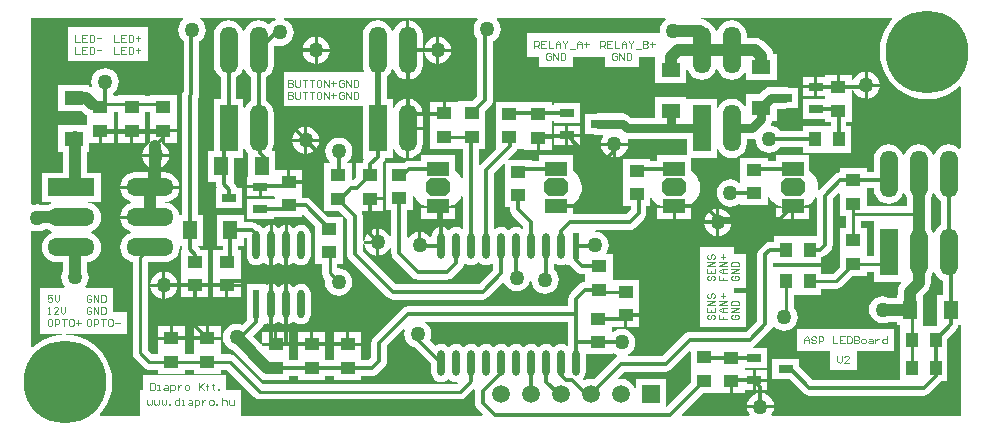
<source format=gtl>
%FSLAX25Y25*%
%MOIN*%
G70*
G01*
G75*
G04 Layer_Physical_Order=1*
G04 Layer_Color=255*
%ADD10R,0.05118X0.03937*%
%ADD11R,0.03937X0.05118*%
%ADD12R,0.04921X0.06299*%
%ADD13R,0.06299X0.04921*%
%ADD14R,0.04724X0.02559*%
%ADD15O,0.02362X0.09449*%
%ADD16R,0.02362X0.09449*%
%ADD17O,0.02362X0.08661*%
%ADD18R,0.02362X0.08661*%
%ADD19R,0.07284X0.04724*%
%ADD20O,0.15748X0.05906*%
%ADD21R,0.15748X0.05906*%
%ADD22O,0.15748X0.05906*%
%ADD23O,0.05906X0.15748*%
%ADD24R,0.05906X0.15748*%
%ADD25O,0.05906X0.15748*%
%ADD26C,0.01200*%
%ADD27C,0.03937*%
%ADD28C,0.01000*%
%ADD29C,0.02000*%
%ADD30C,0.03150*%
%ADD31C,0.00472*%
%ADD32C,0.27559*%
%ADD33C,0.05906*%
%ADD34R,0.05906X0.05906*%
G04:AMPARAMS|DCode=35|XSize=78.74mil|YSize=60mil|CornerRadius=0mil|HoleSize=0mil|Usage=FLASHONLY|Rotation=0.000|XOffset=0mil|YOffset=0mil|HoleType=Round|Shape=Octagon|*
%AMOCTAGOND35*
4,1,8,0.03937,-0.01500,0.03937,0.01500,0.02437,0.03000,-0.02437,0.03000,-0.03937,0.01500,-0.03937,-0.01500,-0.02437,-0.03000,0.02437,-0.03000,0.03937,-0.01500,0.0*
%
%ADD35OCTAGOND35*%

%ADD36C,0.05000*%
G36*
X303550Y251342D02*
X303974Y250320D01*
X304768Y249285D01*
X305678Y248587D01*
Y240741D01*
X304768Y240043D01*
X303974Y239009D01*
X303550Y237985D01*
X303050D01*
X302626Y239007D01*
X302303Y239429D01*
Y244500D01*
X302303Y244500D01*
X302303Y244500D01*
Y244500D01*
Y249896D01*
X302626Y250318D01*
X303050Y251342D01*
X303550D01*
D02*
G37*
G36*
X289550Y309219D02*
X288355Y307819D01*
X287057Y305702D01*
X286107Y303407D01*
X285527Y300992D01*
X285332Y298516D01*
X285527Y296040D01*
X286107Y293624D01*
X287057Y291330D01*
X288355Y289212D01*
X289968Y287323D01*
X291857Y285710D01*
X293975Y284413D01*
X296269Y283462D01*
X298685Y282882D01*
X301161Y282687D01*
X303637Y282882D01*
X306052Y283462D01*
X308347Y284413D01*
X310464Y285710D01*
X311864Y286906D01*
X312318Y286696D01*
Y266337D01*
X311844Y266177D01*
X311832Y266192D01*
X310798Y266986D01*
X309593Y267485D01*
X308300Y267655D01*
X307007Y267485D01*
X305802Y266986D01*
X304768Y266192D01*
X303974Y265158D01*
X303550Y264134D01*
X303050D01*
X302626Y265156D01*
X301832Y266191D01*
X300798Y266985D01*
X299593Y267483D01*
X298300Y267654D01*
X297007Y267483D01*
X295802Y266985D01*
X294768Y266191D01*
X293974Y265156D01*
X293550Y264133D01*
X293050D01*
X292626Y265156D01*
X291832Y266191D01*
X290798Y266985D01*
X289593Y267483D01*
X288300Y267654D01*
X287007Y267483D01*
X285802Y266985D01*
X284768Y266191D01*
X283974Y265156D01*
X283475Y263951D01*
X283305Y262658D01*
Y258260D01*
X281159D01*
Y259606D01*
X272041D01*
Y258247D01*
X271458Y258170D01*
X270826Y257908D01*
X270283Y257491D01*
X270283Y257491D01*
X265196Y252405D01*
X264900Y252543D01*
X264747Y252660D01*
X264806Y253344D01*
X264664Y254622D01*
X264276Y255848D01*
X263656Y256975D01*
X262828Y257959D01*
X261920Y258685D01*
Y263902D01*
X250637D01*
Y262162D01*
X247999D01*
Y263106D01*
X238881D01*
Y255169D01*
Y255074D01*
X238433Y254853D01*
X237810Y255331D01*
X236715Y255784D01*
X235540Y255939D01*
X234365Y255784D01*
X233271Y255331D01*
X232331Y254609D01*
X231609Y253669D01*
X231156Y252575D01*
X231001Y251400D01*
X231156Y250225D01*
X231609Y249131D01*
X232331Y248191D01*
X233271Y247469D01*
X234365Y247016D01*
X235540Y246861D01*
X236715Y247016D01*
X237810Y247469D01*
X238433Y247947D01*
X238881Y247726D01*
Y247294D01*
X247999D01*
Y250141D01*
X248483Y250265D01*
X248902Y249506D01*
X249729Y248522D01*
X250637Y247795D01*
Y247441D01*
X251267D01*
X251874Y247126D01*
X253109Y246768D01*
X254391Y246657D01*
X255779Y246674D01*
X255966Y246676D01*
X256278Y246680D01*
X258327Y246705D01*
X259605Y246847D01*
X260831Y247235D01*
X261205Y247441D01*
X261920D01*
Y247835D01*
X261958Y247855D01*
X262941Y248683D01*
X263745Y249687D01*
X263892Y249970D01*
X264378Y249852D01*
Y237059D01*
X250095D01*
Y235122D01*
X248800D01*
X248800Y235122D01*
X248121Y235033D01*
X247489Y234771D01*
X246946Y234354D01*
X246946Y234354D01*
X245346Y232754D01*
X244929Y232211D01*
X244667Y231579D01*
X244578Y230900D01*
X244578Y230900D01*
Y208786D01*
X240914Y205122D01*
X222000D01*
X222000Y205122D01*
X221321Y205033D01*
X220689Y204771D01*
X220146Y204354D01*
X220146Y204354D01*
X212914Y197122D01*
X201571D01*
X201473Y197613D01*
X201610Y197669D01*
X202550Y198391D01*
X203271Y199331D01*
X203724Y200425D01*
X203879Y201600D01*
X203724Y202775D01*
X203271Y203869D01*
X202550Y204809D01*
X201610Y205531D01*
X200515Y205984D01*
X199340Y206139D01*
X198165Y205984D01*
X197071Y205531D01*
X196548Y205129D01*
X196099Y205350D01*
Y205469D01*
Y206695D01*
X200140D01*
Y210664D01*
X200639D01*
Y211163D01*
X205199D01*
Y214568D01*
Y222505D01*
X196299D01*
Y223068D01*
Y231006D01*
X194380D01*
X194159Y231454D01*
X194371Y231731D01*
X194824Y232825D01*
X194979Y234000D01*
X194824Y235175D01*
X194371Y236269D01*
X193650Y237209D01*
X192710Y237931D01*
X191615Y238384D01*
X190440Y238539D01*
Y238624D01*
X190794Y238978D01*
X201940D01*
X201940Y238978D01*
X202619Y239067D01*
X203251Y239329D01*
X203795Y239746D01*
X206795Y242746D01*
X206795Y242746D01*
X207211Y243289D01*
X207473Y243921D01*
X207563Y244600D01*
X207563Y244600D01*
Y246994D01*
X208899D01*
Y249650D01*
X209384Y249775D01*
X209531Y249506D01*
X210359Y248522D01*
X211267Y247795D01*
Y247441D01*
X211897D01*
X212504Y247126D01*
X213739Y246768D01*
X215020Y246657D01*
X216409Y246674D01*
X216569Y246676D01*
X216908Y246680D01*
X218957Y246705D01*
X220235Y246847D01*
X221461Y247235D01*
X221835Y247441D01*
X222550D01*
Y247835D01*
X222587Y247855D01*
X223571Y248683D01*
X224375Y249687D01*
X224967Y250828D01*
X225325Y252063D01*
X225436Y253344D01*
X225294Y254622D01*
X224906Y255848D01*
X224286Y256975D01*
X223458Y257959D01*
X222550Y258685D01*
Y263051D01*
X230953D01*
Y265967D01*
X231443Y266065D01*
X231674Y265508D01*
X232468Y264473D01*
X233502Y263679D01*
X234707Y263180D01*
X236000Y263010D01*
X237293Y263180D01*
X238498Y263679D01*
X239532Y264473D01*
X240326Y265508D01*
X240825Y266713D01*
X240996Y268005D01*
Y269321D01*
X242927D01*
X243860Y269444D01*
X244002Y269102D01*
X244116Y268235D01*
X244569Y267141D01*
X245291Y266201D01*
X246231Y265479D01*
X247325Y265026D01*
X248500Y264871D01*
X249675Y265026D01*
X250769Y265479D01*
X251709Y266201D01*
X252160Y266788D01*
X259794D01*
Y264751D01*
X275606D01*
Y273869D01*
X274259D01*
Y274894D01*
X276099D01*
Y282769D01*
Y285608D01*
X276590Y285706D01*
X276869Y285031D01*
X277591Y284091D01*
X278531Y283369D01*
X279625Y282916D01*
X280300Y282827D01*
Y287299D01*
Y291773D01*
X279625Y291684D01*
X278531Y291231D01*
X277591Y290509D01*
X276869Y289569D01*
X276590Y288894D01*
X276099Y288992D01*
Y290705D01*
X272040D01*
Y286736D01*
X271040D01*
Y290705D01*
X266981D01*
Y290120D01*
X264565D01*
Y286839D01*
Y283561D01*
X266981D01*
Y282769D01*
Y282639D01*
X259702D01*
Y276080D01*
X266981D01*
Y274894D01*
X269015D01*
Y273869D01*
X259794D01*
Y272033D01*
X252160D01*
X251709Y272620D01*
X250769Y273341D01*
X249675Y273794D01*
X249118Y273868D01*
X249023Y274097D01*
X249383Y274967D01*
X249433Y275348D01*
X251050D01*
Y279494D01*
X253616D01*
X254549Y279617D01*
X255040Y279820D01*
X257978D01*
Y286380D01*
X255040D01*
X254549Y286583D01*
X253616Y286706D01*
X249191D01*
X248258Y286583D01*
X247389Y286223D01*
X246642Y285650D01*
X245262Y284269D01*
X240750D01*
Y280571D01*
X240277Y280410D01*
X239532Y281380D01*
X238498Y282174D01*
X237293Y282673D01*
X236000Y282843D01*
X234707Y282673D01*
X233502Y282174D01*
X232468Y281380D01*
X231674Y280346D01*
X231443Y279789D01*
X230953Y279887D01*
Y282799D01*
X221047D01*
D01*
X221047D01*
X220850Y282997D01*
Y283269D01*
X210550D01*
Y276531D01*
X202568D01*
X202250Y276850D01*
X201503Y277423D01*
X201248Y277528D01*
X200633Y277783D01*
X199700Y277906D01*
X191465D01*
X190531Y277783D01*
X190041Y277579D01*
X187102D01*
Y271021D01*
X190041D01*
X190531Y270817D01*
X191465Y270694D01*
X192960D01*
X193181Y270246D01*
X192969Y269969D01*
X192516Y268875D01*
X192427Y268200D01*
X201373D01*
X201284Y268875D01*
X201272Y268904D01*
X201550Y269320D01*
X221047D01*
Y263902D01*
X211267D01*
Y262162D01*
X208899D01*
Y262806D01*
X199781D01*
Y254869D01*
Y246994D01*
X202318D01*
Y245686D01*
X200854Y244222D01*
X183180D01*
Y246441D01*
X177538D01*
Y246680D01*
X179587Y246705D01*
X180865Y246847D01*
X182091Y247235D01*
X182465Y247441D01*
X183180D01*
Y247835D01*
X183217Y247855D01*
X184201Y248683D01*
X185005Y249687D01*
X185597Y250828D01*
X185955Y252063D01*
X186066Y253344D01*
X185924Y254622D01*
X185536Y255848D01*
X184916Y256975D01*
X184088Y257959D01*
X183180Y258685D01*
Y263902D01*
X171897D01*
Y262162D01*
X169399D01*
Y262405D01*
X161767D01*
X161576Y262867D01*
X163854Y265146D01*
X163854Y265146D01*
X164271Y265689D01*
X164398Y265995D01*
X166399D01*
Y265995D01*
X166681D01*
X166881Y265794D01*
Y265794D01*
X170940D01*
Y269764D01*
X171439D01*
Y270263D01*
X175999D01*
Y273669D01*
Y275418D01*
X176654D01*
Y274761D01*
X185378D01*
Y281320D01*
X176654D01*
Y280663D01*
X175999D01*
Y281606D01*
X166881D01*
Y281606D01*
X166599D01*
X166399Y281805D01*
Y281805D01*
X157281D01*
Y273868D01*
Y265995D01*
X157281Y265995D01*
X157281D01*
X157282Y265991D01*
X152286Y260995D01*
X152136Y260799D01*
X151663Y260960D01*
Y266094D01*
X153899D01*
Y273969D01*
Y278787D01*
X155694Y280583D01*
X155694Y280583D01*
X156111Y281126D01*
X156373Y281758D01*
X156463Y282437D01*
X156463Y282437D01*
Y301942D01*
X156769Y302069D01*
X157709Y302791D01*
X158431Y303731D01*
X158884Y304825D01*
X159039Y306000D01*
X158884Y307175D01*
X158431Y308269D01*
X157709Y309209D01*
X157867Y309673D01*
X213868D01*
X214029Y309199D01*
X213391Y308709D01*
X212669Y307769D01*
X212216Y306675D01*
X212061Y305500D01*
X212136Y304930D01*
X211807Y304554D01*
X167769D01*
Y296854D01*
X171768D01*
Y293248D01*
X183010D01*
Y296854D01*
X193769D01*
Y293248D01*
X205011D01*
Y296854D01*
X210550D01*
Y296852D01*
X210550D01*
Y287931D01*
X220850D01*
Y292365D01*
X221340Y292462D01*
X221674Y291657D01*
X222468Y290622D01*
X223502Y289828D01*
X224707Y289329D01*
X226000Y289159D01*
X227293Y289329D01*
X228498Y289828D01*
X229532Y290622D01*
X230326Y291657D01*
X230750Y292680D01*
X231250D01*
X231674Y291657D01*
X232468Y290622D01*
X233502Y289828D01*
X234707Y289329D01*
X236000Y289159D01*
X237293Y289329D01*
X238498Y289828D01*
X239532Y290622D01*
X240277Y291592D01*
X240750Y291432D01*
Y288931D01*
X251050D01*
Y297852D01*
X249804D01*
X249766Y298136D01*
X249649Y298419D01*
X249366Y299101D01*
X248730Y299930D01*
X246755Y301906D01*
X245926Y302542D01*
X245243Y302825D01*
X244960Y302942D01*
X243924Y303078D01*
X240996D01*
Y303997D01*
X240825Y305290D01*
X240326Y306495D01*
X239532Y307529D01*
X238498Y308323D01*
X237293Y308822D01*
X236000Y308992D01*
X234707Y308822D01*
X233502Y308323D01*
X232468Y307529D01*
X231674Y306495D01*
X231250Y305471D01*
X230750D01*
X230326Y306495D01*
X229532Y307529D01*
X228498Y308323D01*
X228155Y308465D01*
X227501Y308966D01*
X226536Y309366D01*
X225500Y309503D01*
X225670Y309673D01*
X289341D01*
X289550Y309219D01*
D02*
G37*
G36*
X283305Y252816D02*
X283475Y251523D01*
X283974Y250318D01*
X284768Y249283D01*
X285802Y248489D01*
X287007Y247990D01*
X288300Y247820D01*
X289593Y247990D01*
X290798Y248489D01*
X291832Y249283D01*
X292626Y250318D01*
X293050Y251341D01*
X293550D01*
X293974Y250318D01*
X294297Y249896D01*
Y247049D01*
X281159D01*
Y251669D01*
Y253015D01*
X283305D01*
Y252816D01*
D02*
G37*
G36*
X8483Y238914D02*
X9506Y238490D01*
Y237990D01*
X8484Y237566D01*
X7450Y236772D01*
X6656Y235738D01*
X6157Y234533D01*
X5986Y233240D01*
X6157Y231947D01*
X6656Y230742D01*
X7450Y229708D01*
X8484Y228914D01*
X9689Y228415D01*
X10982Y228245D01*
X13097D01*
Y225396D01*
X12716Y224475D01*
X12561Y223300D01*
X12716Y222125D01*
X13169Y221031D01*
X13743Y220282D01*
X13522Y219834D01*
X5528D01*
Y212528D01*
Y208528D01*
Y204528D01*
X12724D01*
X12744Y204028D01*
X11283Y203913D01*
X8868Y203333D01*
X6573Y202383D01*
X4455Y201085D01*
X3056Y199890D01*
X2602Y200099D01*
Y238607D01*
X3018Y238885D01*
X3425Y238716D01*
X4600Y238561D01*
X5775Y238716D01*
X6869Y239169D01*
X6958Y239237D01*
X8061D01*
X8483Y238914D01*
D02*
G37*
G36*
X303550Y225193D02*
X303974Y224171D01*
X304768Y223136D01*
X305802Y222342D01*
X306369Y222108D01*
Y217550D01*
X304531D01*
Y207250D01*
D01*
Y207250D01*
X304339Y207059D01*
X299869D01*
Y207250D01*
X299869D01*
Y217309D01*
X301130Y218570D01*
X301766Y219399D01*
X301932Y219798D01*
X302166Y220364D01*
X302303Y221400D01*
Y223748D01*
X302626Y224169D01*
X303050Y225193D01*
X303550D01*
D02*
G37*
G36*
X283347Y241461D02*
X283347D01*
Y230312D01*
X281059D01*
Y231668D01*
Y239605D01*
X279149D01*
Y241951D01*
X283347D01*
Y241461D01*
D02*
G37*
G36*
X53268Y309199D02*
X52891Y308909D01*
X52169Y307969D01*
X51716Y306875D01*
X51561Y305700D01*
X51716Y304525D01*
X52169Y303431D01*
X52891Y302491D01*
X53278Y302194D01*
Y285420D01*
X53078Y285160D01*
X52816Y284528D01*
X52726Y283849D01*
X52726Y283849D01*
Y244150D01*
X51847D01*
X51797Y244533D01*
X51298Y245738D01*
X50504Y246773D01*
X49469Y247566D01*
X48265Y248065D01*
X47151Y248212D01*
D01*
D01*
X47200Y248267D01*
X48265Y248415D01*
D01*
X48265D01*
X48265Y248415D01*
X49469Y248914D01*
X50504Y249708D01*
X51298Y250742D01*
X51797Y251947D01*
X51901Y252740D01*
X32199D01*
X32304Y251947D01*
X32803Y250742D01*
X33597Y249708D01*
X34631Y248914D01*
X35655Y248490D01*
Y247990D01*
X34631Y247566D01*
X33597Y246773D01*
X32803Y245738D01*
X32304Y244533D01*
X32199Y243740D01*
X42051D01*
Y242740D01*
X32199D01*
X32304Y241947D01*
X32803Y240742D01*
X33597Y239708D01*
X34631Y238914D01*
X35655Y238490D01*
Y237990D01*
X34633Y237566D01*
X33598Y236772D01*
X32805Y235738D01*
X32305Y234533D01*
X32135Y233240D01*
X32305Y231947D01*
X32805Y230742D01*
X33598Y229708D01*
X34633Y228914D01*
X35838Y228415D01*
X36351Y228347D01*
Y198000D01*
X36545Y197025D01*
X37098Y196198D01*
X40035Y193261D01*
X40035Y193261D01*
X40035D01*
X40035Y193261D01*
X40035D01*
X40035Y193261D01*
Y193261D01*
Y193261D01*
D01*
D01*
X40035D01*
Y193261D01*
X40862Y192708D01*
X41837Y192514D01*
X44701D01*
Y191095D01*
X53819D01*
Y192514D01*
X56701D01*
Y191095D01*
X65819D01*
Y192514D01*
X67781D01*
X76898Y183398D01*
X77724Y182845D01*
X78700Y182651D01*
X145600D01*
X146575Y182845D01*
X147402Y183398D01*
X149921Y185916D01*
X150370Y185695D01*
X150318Y185300D01*
X150318Y185300D01*
Y181400D01*
X150318Y181400D01*
X150407Y180721D01*
X150669Y180089D01*
X151086Y179546D01*
X153047Y177584D01*
X152856Y177122D01*
X72444D01*
Y177122D01*
Y177461D01*
X72444Y177476D01*
X72444Y177476D01*
X72444D01*
Y185554D01*
X67541D01*
Y190554D01*
X39768D01*
Y185554D01*
X38769D01*
Y177476D01*
X38769Y177476D01*
X38769D01*
X38769Y177461D01*
X38430Y177122D01*
X25579D01*
X25369Y177576D01*
X26564Y178976D01*
X27862Y181094D01*
X28813Y183388D01*
X29392Y185803D01*
X29587Y188279D01*
X29392Y190756D01*
X28813Y193171D01*
X27862Y195465D01*
X26564Y197583D01*
X24951Y199472D01*
X23063Y201085D01*
X20945Y202383D01*
X18650Y203333D01*
X16235Y203913D01*
X13759Y204108D01*
Y204174D01*
X14113Y204528D01*
X34492D01*
Y211834D01*
X29770D01*
Y212528D01*
Y219834D01*
X20678D01*
X20457Y220282D01*
X21031Y221031D01*
X21484Y222125D01*
X21639Y223300D01*
X21484Y224475D01*
X21103Y225396D01*
Y228281D01*
X22117Y228415D01*
X23322Y228914D01*
X24357Y229708D01*
X25151Y230742D01*
X25650Y231947D01*
X25820Y233240D01*
X25650Y234533D01*
X25151Y235738D01*
X24357Y236772D01*
X23322Y237566D01*
X22298Y237990D01*
Y238491D01*
X23321Y238914D01*
X24355Y239708D01*
X25149Y240742D01*
X25648Y241947D01*
X25818Y243240D01*
X25648Y244533D01*
X25149Y245738D01*
X24355Y246773D01*
X23321Y247566D01*
X22116Y248065D01*
X20823Y248236D01*
X20875Y248287D01*
X25774D01*
Y258193D01*
X21182D01*
Y265048D01*
X21850D01*
Y268094D01*
X25000D01*
Y272064D01*
X25499D01*
Y272563D01*
X30059D01*
Y275969D01*
Y278488D01*
X31441D01*
Y275969D01*
Y272563D01*
X40559D01*
Y275969D01*
Y278488D01*
X41941D01*
Y275969D01*
Y272563D01*
X51059D01*
Y275969D01*
Y283906D01*
X41941D01*
Y283586D01*
X40559D01*
Y283906D01*
X31441D01*
Y283586D01*
X30059D01*
Y283906D01*
X29763D01*
Y284740D01*
X30350Y285191D01*
X31071Y286131D01*
X31524Y287225D01*
X31679Y288400D01*
X31524Y289575D01*
X31071Y290669D01*
X30350Y291609D01*
X29410Y292331D01*
X28315Y292784D01*
X27140Y292939D01*
X25965Y292784D01*
X24871Y292331D01*
X23931Y291609D01*
X23209Y290669D01*
X22756Y289575D01*
X22601Y288400D01*
X22756Y287225D01*
X22870Y286950D01*
X22516Y286597D01*
X21927Y286841D01*
X21850Y286873D01*
Y287552D01*
X11550D01*
Y278631D01*
X19409D01*
X19933Y278107D01*
X20762Y277470D01*
X20941Y277396D01*
Y275969D01*
Y273969D01*
X17847D01*
X17179Y274057D01*
X16512Y273969D01*
X11550D01*
Y265048D01*
X13177D01*
Y258193D01*
X6026D01*
Y248287D01*
X8942D01*
X9039Y247797D01*
X8483Y247566D01*
X8061Y247243D01*
X6357D01*
X5775Y247484D01*
X4600Y247639D01*
X3425Y247484D01*
X3018Y247315D01*
X2602Y247593D01*
Y309673D01*
X53108D01*
X53268Y309199D01*
D02*
G37*
G36*
X272041Y251179D02*
Y243794D01*
X274051D01*
Y239605D01*
X271941D01*
Y231668D01*
Y226809D01*
X269681Y224549D01*
X265905D01*
Y226559D01*
X250095D01*
D01*
X250095D01*
X249822Y226831D01*
Y227941D01*
X250095D01*
Y227941D01*
X265905D01*
Y229931D01*
X266179Y229967D01*
X266811Y230229D01*
X267354Y230646D01*
X268854Y232146D01*
X268854Y232146D01*
X269271Y232689D01*
X269533Y233321D01*
X269622Y234000D01*
X269622Y234000D01*
Y249414D01*
X271579Y251370D01*
X272041Y251179D01*
D02*
G37*
G36*
X73974Y291657D02*
X74768Y290622D01*
X75678Y289924D01*
Y282079D01*
X74768Y281380D01*
X73974Y280346D01*
X73743Y279789D01*
X73253Y279887D01*
Y282799D01*
X70922D01*
Y289924D01*
X71832Y290622D01*
X72626Y291657D01*
X73050Y292680D01*
X73550D01*
X73974Y291657D01*
D02*
G37*
G36*
X160281Y260919D02*
Y254468D01*
Y246595D01*
X162078D01*
Y246040D01*
X162077Y246040D01*
X162167Y245361D01*
X162429Y244729D01*
X162846Y244186D01*
X166518Y240514D01*
Y239549D01*
X166069Y239328D01*
X165744Y239577D01*
X164971Y239898D01*
X164140Y240007D01*
X163310Y239898D01*
X162536Y239577D01*
X161871Y239067D01*
X161409D01*
X160744Y239577D01*
X159971Y239898D01*
X159140Y240007D01*
X158310Y239898D01*
X157536Y239577D01*
X157211Y239328D01*
X156763Y239549D01*
Y258054D01*
X159819Y261110D01*
X160281Y260919D01*
D02*
G37*
G36*
X283347Y221713D02*
X292299D01*
X292490Y221251D01*
X292478Y221239D01*
X291842Y220410D01*
X291559Y219727D01*
X291442Y219445D01*
X291306Y218409D01*
Y217550D01*
X290948D01*
Y216503D01*
X288396D01*
X287475Y216884D01*
X286300Y217039D01*
X285125Y216884D01*
X284031Y216431D01*
X283091Y215709D01*
X282369Y214769D01*
X281916Y213675D01*
X281761Y212500D01*
X281916Y211325D01*
X282369Y210231D01*
X283091Y209291D01*
X284031Y208569D01*
X285125Y208116D01*
X286300Y207961D01*
X287475Y208116D01*
X288396Y208497D01*
X290948D01*
Y207250D01*
X292094D01*
Y207059D01*
X292094D01*
Y197941D01*
X292094Y197941D01*
X292094Y197759D01*
X292094D01*
Y189122D01*
X262886D01*
X258327Y193682D01*
Y195979D01*
X249602D01*
Y189420D01*
X255171D01*
X259946Y184646D01*
X259946Y184646D01*
X260489Y184229D01*
X261121Y183967D01*
X261800Y183878D01*
X300000D01*
X300000Y183878D01*
X300679Y183967D01*
X301311Y184229D01*
X301854Y184646D01*
X305791Y188583D01*
X305791Y188583D01*
X305836Y188641D01*
X307906D01*
Y197759D01*
D01*
Y197759D01*
X307906Y197759D01*
Y197941D01*
X307906D01*
Y202760D01*
X310846Y205700D01*
X310846Y205700D01*
X311262Y206243D01*
X311524Y206876D01*
X311574Y207250D01*
X312318D01*
Y177122D01*
X249476D01*
X249255Y177571D01*
X249531Y177931D01*
X249984Y179025D01*
X250073Y179700D01*
X241127D01*
X241216Y179025D01*
X241669Y177931D01*
X241945Y177571D01*
X241724Y177122D01*
X219562D01*
X219370Y177584D01*
X224632Y182846D01*
X224632Y182846D01*
X226580Y184794D01*
X231281D01*
Y184595D01*
X235340D01*
Y188564D01*
X236340D01*
Y184595D01*
X240399D01*
Y185680D01*
X243016D01*
Y188959D01*
Y192239D01*
X240399D01*
Y192469D01*
Y193161D01*
X247878D01*
Y199720D01*
X243363D01*
X243266Y200210D01*
X243311Y200229D01*
X243854Y200646D01*
X249054Y205846D01*
X249054Y205846D01*
X249471Y206389D01*
X249675Y206881D01*
X250171Y206947D01*
X250291Y206791D01*
X251231Y206069D01*
X252325Y205616D01*
X253500Y205461D01*
X254675Y205616D01*
X255769Y206069D01*
X256709Y206791D01*
X257431Y207731D01*
X257884Y208825D01*
X258039Y210000D01*
X257884Y211175D01*
X257431Y212269D01*
X256709Y213209D01*
X256612Y213284D01*
Y217441D01*
X265905D01*
Y219451D01*
X270737D01*
X271712Y219645D01*
X272539Y220198D01*
X272539Y220198D01*
X272539Y220198D01*
X276136Y223795D01*
X281059D01*
Y225214D01*
X283347D01*
Y221713D01*
D02*
G37*
G36*
X197071Y197669D02*
X197787Y197373D01*
X197880Y197146D01*
Y196834D01*
X197729Y196771D01*
X197186Y196354D01*
X197186Y196354D01*
X190177Y189346D01*
X189040Y189496D01*
X187747Y189325D01*
X186741Y188908D01*
X186403Y189246D01*
X186409Y189333D01*
X186919Y189997D01*
X187239Y190771D01*
X187349Y191602D01*
Y197594D01*
X196099D01*
Y197850D01*
X196548Y198071D01*
X197071Y197669D01*
D02*
G37*
G36*
X151291Y309209D02*
X150569Y308269D01*
X150116Y307175D01*
X149961Y306000D01*
X150116Y304825D01*
X150569Y303731D01*
X151218Y302886D01*
Y283523D01*
X149600Y281906D01*
X144781D01*
Y281856D01*
X144699D01*
Y281856D01*
X140640D01*
Y277886D01*
X140141D01*
Y277387D01*
X135581D01*
Y273919D01*
Y266044D01*
X144699D01*
Y266094D01*
X144781D01*
Y266094D01*
X146418D01*
Y260625D01*
Y256394D01*
X145933Y256270D01*
X145546Y256975D01*
X144718Y257959D01*
X143810Y258685D01*
Y263902D01*
X132527D01*
Y262122D01*
X128500D01*
X127821Y262033D01*
X127189Y261771D01*
X126778Y261455D01*
X120631D01*
Y253519D01*
Y245644D01*
X122578D01*
Y236989D01*
X122087Y236892D01*
X121931Y237269D01*
X121209Y238209D01*
X120269Y238931D01*
X119175Y239384D01*
X118500Y239473D01*
Y234999D01*
Y230527D01*
X119175Y230616D01*
X120269Y231069D01*
X121209Y231791D01*
X121931Y232731D01*
X122087Y233108D01*
X122578Y233011D01*
Y231340D01*
X122578Y231340D01*
X122667Y230661D01*
X122929Y230029D01*
X123346Y229486D01*
X129586Y223246D01*
X129586Y223246D01*
X130129Y222829D01*
X130761Y222567D01*
X131440Y222478D01*
X131440Y222478D01*
X141240D01*
X141240Y222478D01*
X141919Y222567D01*
X142551Y222829D01*
X143095Y223246D01*
X145994Y226146D01*
X145994Y226146D01*
X146411Y226689D01*
X146673Y227321D01*
X146735Y227789D01*
X147197Y227981D01*
X147536Y227720D01*
X148310Y227400D01*
X149140Y227291D01*
X149971Y227400D01*
X150744Y227720D01*
X151409Y228230D01*
X151871D01*
X152536Y227720D01*
X153310Y227400D01*
X154140Y227291D01*
X154971Y227400D01*
X155744Y227720D01*
X156069Y227970D01*
X156518Y227749D01*
Y225786D01*
X151854Y221122D01*
X124086D01*
X113022Y232186D01*
Y234510D01*
X113521Y234543D01*
X113461Y235000D01*
X113521Y235457D01*
X113022Y235490D01*
Y243803D01*
X113022Y243803D01*
X112933Y244482D01*
X112671Y245114D01*
X112859Y245495D01*
X114840D01*
Y249464D01*
X115339D01*
Y249963D01*
X119899D01*
Y253368D01*
Y261305D01*
X119899Y261305D01*
X119899D01*
X119786Y261578D01*
X119854Y261646D01*
X119854Y261646D01*
X120271Y262189D01*
X120533Y262821D01*
X120558Y263010D01*
X120563Y263051D01*
X122953D01*
Y265967D01*
X123443Y266065D01*
X123674Y265508D01*
X124468Y264473D01*
X125502Y263679D01*
X126707Y263180D01*
X127500Y263076D01*
Y272926D01*
Y282778D01*
X126707Y282673D01*
X125502Y282174D01*
X124468Y281380D01*
X123674Y280346D01*
X123443Y279789D01*
X122953Y279887D01*
Y282799D01*
X121116D01*
Y290302D01*
X121532Y290622D01*
X122326Y291657D01*
X122750Y292680D01*
X123250D01*
X123674Y291657D01*
X124468Y290622D01*
X125502Y289828D01*
X126707Y289329D01*
X127500Y289225D01*
Y299075D01*
Y308927D01*
X126707Y308822D01*
X125502Y308323D01*
X124468Y307529D01*
X123674Y306495D01*
X123250Y305471D01*
X122750D01*
X122326Y306495D01*
X121532Y307529D01*
X120498Y308323D01*
X119293Y308822D01*
X118000Y308992D01*
X116707Y308822D01*
X115502Y308323D01*
X114468Y307529D01*
X113674Y306495D01*
X113175Y305290D01*
X113005Y303997D01*
Y294154D01*
X113175Y292861D01*
X113544Y291970D01*
X113266Y291554D01*
X85769D01*
Y284248D01*
Y280248D01*
X113047D01*
Y263051D01*
X113231D01*
X113453Y262603D01*
X113229Y262311D01*
X112967Y261679D01*
X112918Y261305D01*
X110781D01*
Y256487D01*
X109917Y255622D01*
X109299D01*
Y261305D01*
X108004D01*
X107843Y261779D01*
X108250Y262091D01*
X108971Y263031D01*
X109424Y264125D01*
X109579Y265300D01*
X109424Y266475D01*
X108971Y267569D01*
X108250Y268509D01*
X107310Y269231D01*
X106215Y269684D01*
X105040Y269839D01*
X103865Y269684D01*
X102771Y269231D01*
X101831Y268509D01*
X101109Y267569D01*
X100656Y266475D01*
X100501Y265300D01*
X100656Y264125D01*
X101109Y263031D01*
X101831Y262091D01*
X102237Y261779D01*
X102076Y261305D01*
X100181D01*
Y253368D01*
Y245495D01*
X105000D01*
X107778Y242717D01*
Y231100D01*
X107778Y231100D01*
X107867Y230421D01*
X108129Y229789D01*
X108546Y229246D01*
X121146Y216646D01*
X121146Y216646D01*
X121689Y216229D01*
X121689Y216229D01*
X121689Y216229D01*
D01*
X121689Y216229D01*
X121689Y216229D01*
X122321Y215967D01*
X123000Y215878D01*
X123000Y215878D01*
X152940D01*
X152940Y215878D01*
X153619Y215967D01*
X154251Y216229D01*
X154795Y216646D01*
X159702Y221553D01*
X160192Y221455D01*
X160409Y220931D01*
X161131Y219991D01*
X162071Y219269D01*
X163165Y218816D01*
X164340Y218661D01*
X165515Y218816D01*
X166610Y219269D01*
X167550Y219991D01*
X168271Y220931D01*
X168724Y222025D01*
X168737Y222125D01*
X169237D01*
X169356Y221225D01*
X169809Y220131D01*
X170531Y219191D01*
X171471Y218469D01*
X172565Y218016D01*
X173740Y217861D01*
X174915Y218016D01*
X176010Y218469D01*
X176950Y219191D01*
X177671Y220131D01*
X178124Y221225D01*
X178279Y222400D01*
X178124Y223575D01*
X177671Y224669D01*
X176950Y225609D01*
X176763Y225753D01*
Y227749D01*
X177211Y227970D01*
X177536Y227720D01*
X178310Y227400D01*
X179140Y227291D01*
X179971Y227400D01*
X180543Y227637D01*
X180959Y227359D01*
Y227318D01*
X182077D01*
X182286Y227046D01*
X184149Y225183D01*
X184149Y225183D01*
X184692Y224766D01*
X184954Y224657D01*
X185324Y224504D01*
X186003Y224415D01*
X186003Y224415D01*
X187181D01*
Y223068D01*
Y222409D01*
X187103Y221785D01*
X186424Y221696D01*
X185792Y221434D01*
X185249Y221017D01*
X185249Y221017D01*
X182286Y218054D01*
X181869Y217511D01*
X181607Y216879D01*
X181518Y216200D01*
X181518Y216200D01*
Y213622D01*
X128000D01*
X128000Y213622D01*
X127321Y213533D01*
X126689Y213271D01*
X126146Y212854D01*
X126146Y212854D01*
X116646Y203354D01*
X116229Y202811D01*
X115967Y202179D01*
X115877Y201500D01*
X115878Y201500D01*
Y196586D01*
X114977Y195685D01*
X112559D01*
Y196968D01*
Y200437D01*
X103441D01*
Y196968D01*
Y195685D01*
X100559D01*
Y196968D01*
Y200437D01*
X91441D01*
Y196968D01*
Y195685D01*
X88559D01*
Y196968D01*
Y200437D01*
X79464D01*
X79441Y200460D01*
Y201113D01*
X78979Y200922D01*
X76305Y203596D01*
X79344Y206636D01*
X79344Y206636D01*
X79761Y207179D01*
X79949Y207633D01*
X80671D01*
Y207674D01*
X81087Y207952D01*
X81660Y207715D01*
X81990Y207671D01*
Y214356D01*
Y221043D01*
X81660Y221000D01*
X81087Y220763D01*
X80671Y221041D01*
Y221082D01*
X74309D01*
Y209018D01*
X72723Y207432D01*
X72115Y207684D01*
X70940Y207839D01*
X69765Y207684D01*
X68671Y207231D01*
X67731Y206509D01*
X67009Y205569D01*
X66556Y204475D01*
X66401Y203300D01*
X66556Y202125D01*
X67009Y201031D01*
X67731Y200091D01*
X68671Y199369D01*
X69592Y198988D01*
X78347Y190233D01*
X79176Y189596D01*
X79441Y189487D01*
Y189094D01*
X80917D01*
X81177Y189060D01*
X81437Y189094D01*
X88559D01*
Y190441D01*
X91441D01*
Y189094D01*
X100559D01*
Y190441D01*
X103441D01*
Y189094D01*
X112559D01*
Y190441D01*
X116063D01*
X116063Y190440D01*
X116742Y190530D01*
X117374Y190792D01*
X117917Y191209D01*
X120354Y193646D01*
X120354Y193646D01*
X120771Y194189D01*
X121033Y194821D01*
X121033Y194821D01*
X121033Y194821D01*
Y194821D01*
X121123Y195500D01*
X121122Y195500D01*
Y200414D01*
X126596Y205887D01*
X127012Y205610D01*
X126956Y205475D01*
X126801Y204300D01*
X126956Y203125D01*
X127409Y202031D01*
X128131Y201091D01*
X129071Y200369D01*
X130165Y199916D01*
X130282Y199900D01*
X135932Y194251D01*
Y191602D01*
X136041Y190771D01*
X136362Y189997D01*
X136871Y189333D01*
X137536Y188823D01*
X138310Y188502D01*
X139140Y188393D01*
X139971Y188502D01*
X140744Y188823D01*
X141409Y189333D01*
X141871D01*
X142536Y188823D01*
X143310Y188502D01*
X144140Y188393D01*
X144576Y188450D01*
X144712Y188174D01*
X144448Y187749D01*
X79756D01*
X70639Y196865D01*
X69813Y197418D01*
X68837Y197612D01*
X65819D01*
Y198969D01*
Y202437D01*
X56701D01*
Y198969D01*
Y197612D01*
X53819D01*
Y198969D01*
Y202437D01*
X44701D01*
Y198969D01*
Y197612D01*
X42893D01*
X41449Y199056D01*
Y228245D01*
X46973D01*
X48266Y228415D01*
X49471Y228914D01*
X50506Y229708D01*
X51299Y230742D01*
X51798Y231947D01*
X51969Y233240D01*
X51938Y233474D01*
X52258Y233840D01*
X52726Y233664D01*
Y232566D01*
X52726Y232566D01*
X52673Y232505D01*
X52481D01*
Y224569D01*
Y221163D01*
X61599D01*
Y224569D01*
Y232505D01*
X59066D01*
X58894Y232729D01*
X58894Y232729D01*
X57971Y233652D01*
Y233850D01*
X59809D01*
Y244150D01*
X57971D01*
Y282828D01*
X58171Y283089D01*
X58280Y283351D01*
X58433Y283721D01*
X58522Y284400D01*
X58522Y284400D01*
Y301887D01*
X59309Y302491D01*
X60031Y303431D01*
X60484Y304525D01*
X60639Y305700D01*
X60484Y306875D01*
X60031Y307969D01*
X59309Y308909D01*
X58369Y309631D01*
X58378Y309673D01*
X83882D01*
X83980Y309182D01*
X83131Y308831D01*
X82191Y308109D01*
X81993Y307852D01*
X81497Y307786D01*
X80798Y308323D01*
X79593Y308822D01*
X78300Y308992D01*
X77007Y308822D01*
X75802Y308323D01*
X74768Y307529D01*
X73974Y306495D01*
X73550Y305471D01*
X73050D01*
X72626Y306495D01*
X71832Y307529D01*
X70798Y308323D01*
X69593Y308822D01*
X68300Y308992D01*
X67007Y308822D01*
X65802Y308323D01*
X64768Y307529D01*
X63974Y306495D01*
X63475Y305290D01*
X63305Y303997D01*
Y294154D01*
X63475Y292861D01*
X63974Y291657D01*
X64768Y290622D01*
X65678Y289924D01*
Y282799D01*
X63347D01*
Y265450D01*
X61348D01*
Y255150D01*
X64126D01*
Y254267D01*
X64126Y254267D01*
X64216Y253588D01*
X64307Y253369D01*
X64113Y253080D01*
X64113D01*
Y246520D01*
X72838D01*
Y253080D01*
X71027D01*
X71009Y253219D01*
X70747Y253851D01*
X70330Y254395D01*
X70330Y254395D01*
X70036Y254689D01*
X70227Y255150D01*
X70269D01*
Y263051D01*
X73253D01*
Y265967D01*
X73743Y266065D01*
X73974Y265508D01*
X74768Y264473D01*
X74931Y264348D01*
Y256820D01*
X74562D01*
Y254040D01*
X78925D01*
Y253541D01*
X79424D01*
Y250261D01*
X83287D01*
Y250261D01*
X83428D01*
X83781Y249907D01*
Y249339D01*
X83287D01*
Y249339D01*
X74562D01*
Y242780D01*
X83287D01*
Y243295D01*
X83781D01*
Y243295D01*
X92899D01*
Y243976D01*
X93361Y244167D01*
X97241Y240287D01*
Y235469D01*
Y227594D01*
X99451D01*
Y224670D01*
X99645Y223694D01*
X100198Y222867D01*
X100540Y222525D01*
X100431Y221700D01*
X100586Y220525D01*
X101039Y219431D01*
X101760Y218491D01*
X102700Y217769D01*
X103795Y217316D01*
X104970Y217161D01*
X106145Y217316D01*
X107239Y217769D01*
X108179Y218491D01*
X108901Y219431D01*
X109354Y220525D01*
X109509Y221700D01*
X109354Y222875D01*
X108901Y223969D01*
X108179Y224909D01*
X107239Y225631D01*
X106145Y226084D01*
X104970Y226239D01*
X104925Y226233D01*
X104549Y226563D01*
Y227594D01*
X106359D01*
Y235469D01*
Y243406D01*
X101540D01*
X95828Y249117D01*
X95285Y249534D01*
X94653Y249796D01*
X93974Y249885D01*
X93974Y249885D01*
X92899D01*
Y251168D01*
Y254637D01*
X88339D01*
Y255136D01*
X87840D01*
Y259105D01*
X83852D01*
Y265450D01*
X83052D01*
X82774Y265865D01*
X83125Y266713D01*
X83296Y268005D01*
Y277848D01*
X83125Y279141D01*
X82626Y280346D01*
X81832Y281380D01*
X80922Y282079D01*
Y289924D01*
X81832Y290622D01*
X82626Y291657D01*
X83125Y292861D01*
X83296Y294154D01*
Y300362D01*
X83676Y300743D01*
X84225Y300516D01*
X85400Y300361D01*
X86575Y300516D01*
X87669Y300969D01*
X88609Y301691D01*
X89331Y302631D01*
X89784Y303725D01*
X89939Y304900D01*
X89784Y306075D01*
X89331Y307169D01*
X88609Y308109D01*
X87669Y308831D01*
X86820Y309182D01*
X86918Y309673D01*
X151133D01*
X151291Y309209D01*
D02*
G37*
G36*
X130791Y249506D02*
X131619Y248522D01*
X132527Y247795D01*
Y247441D01*
X133157D01*
X133764Y247126D01*
X134999Y246768D01*
X136280Y246657D01*
X137669Y246674D01*
X137882Y246677D01*
X138168Y246680D01*
X140217Y246705D01*
X141495Y246847D01*
X142721Y247235D01*
X143095Y247441D01*
X143810D01*
Y247835D01*
X143847Y247855D01*
X144831Y248683D01*
X145635Y249687D01*
X145932Y250260D01*
X146418Y250141D01*
Y239626D01*
X145969Y239405D01*
X145744Y239577D01*
X144971Y239898D01*
X144140Y240007D01*
X143310Y239898D01*
X142536Y239577D01*
X141871Y239067D01*
X141409D01*
X140744Y239577D01*
X139971Y239898D01*
X139640Y239941D01*
Y233648D01*
X138640D01*
Y239941D01*
X138310Y239898D01*
X137536Y239577D01*
X136871Y239067D01*
X136362Y238403D01*
X136041Y237629D01*
X135946Y236908D01*
X135536Y236798D01*
X135448D01*
X135209Y237109D01*
X134269Y237831D01*
X133175Y238284D01*
X132500Y238373D01*
Y233899D01*
X131500D01*
Y238373D01*
X130825Y238284D01*
X129731Y237831D01*
X128791Y237109D01*
X128296Y236465D01*
X127822Y236626D01*
Y245644D01*
X129749D01*
Y250395D01*
X130234Y250519D01*
X130791Y249506D01*
D02*
G37*
G36*
X181518Y201000D02*
X181518Y201000D01*
X181518Y201000D01*
Y200651D01*
X181069Y200430D01*
X180744Y200679D01*
X179971Y201000D01*
X179140Y201109D01*
X178310Y201000D01*
X177536Y200679D01*
X176871Y200170D01*
X176409D01*
X175744Y200679D01*
X174971Y201000D01*
X174140Y201109D01*
X173310Y201000D01*
X172536Y200679D01*
X171871Y200170D01*
X171409D01*
X170744Y200679D01*
X169971Y201000D01*
X169140Y201109D01*
X168310Y201000D01*
X167536Y200679D01*
X166871Y200170D01*
X166409D01*
X165744Y200679D01*
X164971Y201000D01*
X164140Y201109D01*
X163310Y201000D01*
X162536Y200679D01*
X161871Y200170D01*
X161409D01*
X160744Y200679D01*
X159971Y201000D01*
X159140Y201109D01*
X158310Y201000D01*
X157536Y200679D01*
X156871Y200170D01*
X156409D01*
X155744Y200679D01*
X154971Y201000D01*
X154140Y201109D01*
X153310Y201000D01*
X152536Y200679D01*
X151871Y200170D01*
X151409D01*
X150744Y200679D01*
X149971Y201000D01*
X149140Y201109D01*
X148310Y201000D01*
X147536Y200679D01*
X146871Y200170D01*
X146409D01*
X145744Y200679D01*
X144971Y201000D01*
X144140Y201109D01*
X143310Y201000D01*
X142536Y200679D01*
X141871Y200170D01*
X141409D01*
X140744Y200679D01*
X139971Y201000D01*
X139140Y201109D01*
X138310Y201000D01*
X137536Y200679D01*
X137188Y200412D01*
X135358Y202242D01*
X135724Y203125D01*
X135879Y204300D01*
X135724Y205475D01*
X135271Y206569D01*
X134550Y207509D01*
X133610Y208231D01*
X133639Y208378D01*
X181518D01*
Y201000D01*
D02*
G37*
G36*
X222281Y198419D02*
Y192668D01*
Y187913D01*
X220923Y186554D01*
X220923Y186554D01*
X214455Y180086D01*
X213993Y180278D01*
Y189453D01*
X204087D01*
Y186539D01*
X203597Y186441D01*
X203366Y186998D01*
X202572Y188032D01*
X201538Y188826D01*
X200333Y189325D01*
X199040Y189496D01*
X198319Y189400D01*
X198098Y189849D01*
X200126Y191878D01*
X214000D01*
X214000Y191877D01*
X214679Y191967D01*
X215311Y192229D01*
X215854Y192646D01*
X221819Y198610D01*
X222281Y198419D01*
D02*
G37*
%LPC*%
G36*
X86990Y221043D02*
X86660Y221000D01*
X85886Y220679D01*
X85221Y220170D01*
X84759D01*
X84094Y220679D01*
X83321Y221000D01*
X82990Y221043D01*
Y214356D01*
Y207671D01*
X83321Y207715D01*
X84094Y208035D01*
X84759Y208545D01*
X85221D01*
X85886Y208035D01*
X86660Y207715D01*
X86990Y207671D01*
Y214356D01*
Y221043D01*
D02*
G37*
G36*
X72299Y220163D02*
X68240D01*
Y216694D01*
X72299D01*
Y220163D01*
D02*
G37*
G36*
X46237Y225136D02*
X45562Y225047D01*
X44468Y224594D01*
X43528Y223872D01*
X42806Y222932D01*
X42353Y221838D01*
X42264Y221163D01*
X46237D01*
Y225136D01*
D02*
G37*
G36*
X47237D02*
Y221163D01*
X51210D01*
X51121Y221838D01*
X50668Y222932D01*
X49946Y223872D01*
X49006Y224594D01*
X47912Y225047D01*
X47237Y225136D01*
D02*
G37*
G36*
X92490Y221109D02*
X91660Y221000D01*
X90886Y220679D01*
X90221Y220170D01*
X89759D01*
X89094Y220679D01*
X88321Y221000D01*
X87990Y221043D01*
Y214356D01*
Y207671D01*
X88321Y207715D01*
X89094Y208035D01*
X89759Y208545D01*
X90221D01*
X90886Y208035D01*
X91660Y207715D01*
X92490Y207606D01*
X93321Y207715D01*
X94094Y208035D01*
X94759Y208545D01*
X95269Y209210D01*
X95589Y209984D01*
X95699Y210814D01*
Y217901D01*
X95589Y218731D01*
X95269Y219505D01*
X94759Y220170D01*
X94094Y220679D01*
X93321Y221000D01*
X92490Y221109D01*
D02*
G37*
G36*
Y240794D02*
X91660Y240685D01*
X90886Y240365D01*
X90221Y239855D01*
X89759D01*
X89094Y240365D01*
X88321Y240685D01*
X87990Y240728D01*
Y234042D01*
Y227357D01*
X88321Y227400D01*
X89094Y227720D01*
X89759Y228230D01*
X90221D01*
X90886Y227720D01*
X91660Y227400D01*
X92490Y227291D01*
X93321Y227400D01*
X94094Y227720D01*
X94759Y228230D01*
X95269Y228895D01*
X95589Y229669D01*
X95699Y230499D01*
Y237586D01*
X95589Y238416D01*
X95269Y239190D01*
X94759Y239855D01*
X94094Y240365D01*
X93321Y240685D01*
X92490Y240794D01*
D02*
G37*
G36*
X86990Y240728D02*
X86660Y240685D01*
X85886Y240365D01*
X85221Y239855D01*
X84759D01*
X84094Y240365D01*
X83321Y240685D01*
X82990Y240728D01*
Y234042D01*
Y227357D01*
X83321Y227400D01*
X84094Y227720D01*
X84759Y228230D01*
X85221D01*
X85886Y227720D01*
X86660Y227400D01*
X86990Y227357D01*
Y234042D01*
Y240728D01*
D02*
G37*
G36*
X231900Y246073D02*
Y242100D01*
X235873D01*
X235784Y242775D01*
X235331Y243869D01*
X234609Y244809D01*
X233669Y245531D01*
X232575Y245984D01*
X231900Y246073D01*
D02*
G37*
G36*
X230900D02*
X230225Y245984D01*
X229131Y245531D01*
X228191Y244809D01*
X227469Y243869D01*
X227016Y242775D01*
X226927Y242100D01*
X230900D01*
Y246073D01*
D02*
G37*
G36*
X235873Y241100D02*
X231900D01*
Y237127D01*
X232575Y237216D01*
X233669Y237669D01*
X234609Y238391D01*
X235331Y239331D01*
X235784Y240425D01*
X235873Y241100D01*
D02*
G37*
G36*
X117500Y234500D02*
X113527D01*
X113616Y233825D01*
X114069Y232731D01*
X114791Y231791D01*
X115731Y231069D01*
X116825Y230616D01*
X117500Y230527D01*
Y234500D01*
D02*
G37*
G36*
X73392Y244150D02*
X64471D01*
Y233850D01*
X66309D01*
Y232505D01*
X63181D01*
Y224569D01*
Y221163D01*
X72299D01*
Y224569D01*
Y232505D01*
X71554D01*
Y233850D01*
X73392D01*
Y236378D01*
X74282D01*
Y230499D01*
X74391Y229669D01*
X74712Y228895D01*
X75221Y228230D01*
X75886Y227720D01*
X76660Y227400D01*
X77490Y227291D01*
X78321Y227400D01*
X79094Y227720D01*
X79759Y228230D01*
X80221D01*
X80886Y227720D01*
X81660Y227400D01*
X81990Y227357D01*
Y234042D01*
Y240728D01*
X81660Y240685D01*
X80886Y240365D01*
X80221Y239855D01*
X79759D01*
X79094Y240365D01*
X78321Y240685D01*
X78140Y240709D01*
X77995Y240854D01*
X77451Y241271D01*
X76819Y241533D01*
X76140Y241622D01*
X76140Y241622D01*
X73392D01*
Y244150D01*
D02*
G37*
G36*
X230900Y241100D02*
X226927D01*
X227016Y240425D01*
X227469Y239331D01*
X228191Y238391D01*
X229131Y237669D01*
X230225Y237216D01*
X230900Y237127D01*
Y241100D01*
D02*
G37*
G36*
X117500Y239473D02*
X116825Y239384D01*
X115731Y238931D01*
X114791Y238209D01*
X114069Y237269D01*
X113616Y236175D01*
X113527Y235500D01*
X117500D01*
Y239473D01*
D02*
G37*
G36*
X95500Y204906D02*
X91441D01*
Y201437D01*
X95500D01*
Y204906D01*
D02*
G37*
G36*
X88559D02*
X84500D01*
Y201437D01*
X88559D01*
Y204906D01*
D02*
G37*
G36*
X100559D02*
X96500D01*
Y201437D01*
X100559D01*
Y204906D01*
D02*
G37*
G36*
X112559D02*
X108500D01*
Y201437D01*
X112559D01*
Y204906D01*
D02*
G37*
G36*
X107500D02*
X103441D01*
Y201437D01*
X107500D01*
Y204906D01*
D02*
G37*
G36*
X83500D02*
X79441D01*
Y201437D01*
X83500D01*
Y204906D01*
D02*
G37*
G36*
X246100Y184673D02*
Y180700D01*
X250073D01*
X249984Y181375D01*
X249531Y182469D01*
X248809Y183409D01*
X247869Y184131D01*
X246775Y184584D01*
X246100Y184673D01*
D02*
G37*
G36*
X245100D02*
X244425Y184584D01*
X243331Y184131D01*
X242391Y183409D01*
X241669Y182469D01*
X241216Y181375D01*
X241127Y180700D01*
X245100D01*
Y184673D01*
D02*
G37*
G36*
X247878Y188460D02*
X244016D01*
Y185680D01*
X247878D01*
Y188460D01*
D02*
G37*
G36*
X290264Y206054D02*
X257769D01*
Y198748D01*
X268769D01*
Y192248D01*
X277649D01*
Y198748D01*
X290264D01*
Y206054D01*
D02*
G37*
G36*
X247878Y192239D02*
X244016D01*
Y189460D01*
X247878D01*
Y192239D01*
D02*
G37*
G36*
X51210Y220163D02*
X47237D01*
Y216190D01*
X47912Y216279D01*
X49006Y216732D01*
X49946Y217454D01*
X50668Y218394D01*
X51121Y219488D01*
X51210Y220163D01*
D02*
G37*
G36*
X46237D02*
X42264D01*
X42353Y219488D01*
X42806Y218394D01*
X43528Y217454D01*
X44468Y216732D01*
X45562Y216279D01*
X46237Y216190D01*
Y220163D01*
D02*
G37*
G36*
X56540D02*
X52481D01*
Y216694D01*
X56540D01*
Y220163D01*
D02*
G37*
G36*
X67240D02*
X63181D01*
Y216694D01*
X67240D01*
Y220163D01*
D02*
G37*
G36*
X61599D02*
X57540D01*
Y216694D01*
X61599D01*
Y220163D01*
D02*
G37*
G36*
X236752Y233372D02*
X225446D01*
Y219769D01*
Y206768D01*
X240752D01*
Y218011D01*
X236752D01*
Y219769D01*
X240752D01*
Y231011D01*
X236752D01*
Y233372D01*
D02*
G37*
G36*
X53819Y206906D02*
X49760D01*
Y203437D01*
X53819D01*
Y206906D01*
D02*
G37*
G36*
X48760D02*
X44701D01*
Y203437D01*
X48760D01*
Y206906D01*
D02*
G37*
G36*
X60760D02*
X56701D01*
Y203437D01*
X60760D01*
Y206906D01*
D02*
G37*
G36*
X205199Y210163D02*
X201140D01*
Y206695D01*
X205199D01*
Y210163D01*
D02*
G37*
G36*
X65819Y206906D02*
X61760D01*
Y203437D01*
X65819D01*
Y206906D01*
D02*
G37*
G36*
X137669Y246441D02*
X132527D01*
Y242579D01*
X137669D01*
Y246441D01*
D02*
G37*
G36*
X285273Y286800D02*
X281300D01*
Y282827D01*
X281975Y282916D01*
X283069Y283369D01*
X284009Y284091D01*
X284731Y285031D01*
X285184Y286125D01*
X285273Y286800D01*
D02*
G37*
G36*
X139640Y281856D02*
X135581D01*
Y278387D01*
X139640D01*
Y281856D01*
D02*
G37*
G36*
X263565Y286340D02*
X259702D01*
Y283561D01*
X263565D01*
Y286340D01*
D02*
G37*
G36*
X281300Y291773D02*
Y287800D01*
X285273D01*
X285184Y288475D01*
X284731Y289569D01*
X284009Y290509D01*
X283069Y291231D01*
X281975Y291684D01*
X281300Y291773D01*
D02*
G37*
G36*
X263565Y290120D02*
X259702D01*
Y287340D01*
X263565D01*
Y290120D01*
D02*
G37*
G36*
X128500Y282778D02*
Y273427D01*
X132995D01*
Y277848D01*
X132825Y279141D01*
X132326Y280346D01*
X131532Y281380D01*
X130498Y282174D01*
X129293Y282673D01*
X128500Y282778D01*
D02*
G37*
G36*
X93500Y273473D02*
X92825Y273384D01*
X91731Y272931D01*
X90791Y272209D01*
X90069Y271269D01*
X89616Y270175D01*
X89527Y269500D01*
X93500D01*
Y273473D01*
D02*
G37*
G36*
X51059Y271563D02*
X47000D01*
Y268094D01*
X51059D01*
Y271563D01*
D02*
G37*
G36*
X94500Y273473D02*
Y269500D01*
X98473D01*
X98384Y270175D01*
X97931Y271269D01*
X97209Y272209D01*
X96269Y272931D01*
X95175Y273384D01*
X94500Y273473D01*
D02*
G37*
G36*
X185378Y273839D02*
X181516D01*
Y271060D01*
X185378D01*
Y273839D01*
D02*
G37*
G36*
X180516D02*
X176654D01*
Y271060D01*
X180516D01*
Y273839D01*
D02*
G37*
G36*
X132995Y298576D02*
X128500D01*
Y289225D01*
X129293Y289329D01*
X130498Y289828D01*
X131532Y290622D01*
X132326Y291657D01*
X132825Y292861D01*
X132995Y294154D01*
Y298576D01*
D02*
G37*
G36*
X98000Y303473D02*
Y299500D01*
X101973D01*
X101884Y300175D01*
X101431Y301269D01*
X100709Y302209D01*
X99769Y302931D01*
X98675Y303384D01*
X98000Y303473D01*
D02*
G37*
G36*
X97000D02*
X96325Y303384D01*
X95231Y302931D01*
X94291Y302209D01*
X93569Y301269D01*
X93116Y300175D01*
X93027Y299500D01*
X97000D01*
Y303473D01*
D02*
G37*
G36*
X137500D02*
X136825Y303384D01*
X135731Y302931D01*
X134791Y302209D01*
X134069Y301269D01*
X133616Y300175D01*
X133527Y299500D01*
X137500D01*
Y303473D01*
D02*
G37*
G36*
X128500Y308927D02*
Y299576D01*
X132995D01*
Y303997D01*
X132825Y305290D01*
X132326Y306495D01*
X131532Y307529D01*
X130498Y308323D01*
X129293Y308822D01*
X128500Y308927D01*
D02*
G37*
G36*
X138500Y303473D02*
Y299500D01*
X142473D01*
X142384Y300175D01*
X141931Y301269D01*
X141209Y302209D01*
X140269Y302931D01*
X139175Y303384D01*
X138500Y303473D01*
D02*
G37*
G36*
X132996Y299285D02*
Y298715D01*
X133494Y298747D01*
X133461Y299000D01*
X133494Y299253D01*
X132996Y299285D01*
D02*
G37*
G36*
X101973Y298500D02*
X98000D01*
Y294527D01*
X98675Y294616D01*
X99769Y295069D01*
X100709Y295791D01*
X101431Y296731D01*
X101884Y297825D01*
X101973Y298500D01*
D02*
G37*
G36*
X97000D02*
X93027D01*
X93116Y297825D01*
X93569Y296731D01*
X94291Y295791D01*
X95231Y295069D01*
X96325Y294616D01*
X97000Y294527D01*
Y298500D01*
D02*
G37*
G36*
X137500D02*
X133527D01*
X133616Y297825D01*
X134069Y296731D01*
X134791Y295791D01*
X135731Y295069D01*
X136825Y294616D01*
X137500Y294527D01*
Y298500D01*
D02*
G37*
G36*
X41372Y306554D02*
X14769D01*
Y299248D01*
Y295248D01*
X41372D01*
Y299248D01*
Y306554D01*
D02*
G37*
G36*
X142473Y298500D02*
X138500D01*
Y294527D01*
X139175Y294616D01*
X140269Y295069D01*
X141209Y295791D01*
X141931Y296731D01*
X142384Y297825D01*
X142473Y298500D01*
D02*
G37*
G36*
X40559Y271563D02*
X36500D01*
Y268094D01*
X40559D01*
Y271563D01*
D02*
G37*
G36*
X41550Y258236D02*
X37129D01*
X35836Y258065D01*
X34631Y257566D01*
X33597Y256772D01*
X32803Y255738D01*
X32304Y254533D01*
X32199Y253740D01*
X41550D01*
Y258236D01*
D02*
G37*
G36*
X78424Y253040D02*
X74562D01*
Y250261D01*
X78424D01*
Y253040D01*
D02*
G37*
G36*
X46972Y258236D02*
X42550D01*
Y253740D01*
X51901D01*
X51797Y254533D01*
X51298Y255738D01*
X50504Y256772D01*
X49469Y257566D01*
X48265Y258065D01*
X46972Y258236D01*
D02*
G37*
G36*
X43500Y263500D02*
X39527D01*
X39616Y262825D01*
X40069Y261731D01*
X40791Y260791D01*
X41731Y260069D01*
X42825Y259616D01*
X43500Y259527D01*
Y263500D01*
D02*
G37*
G36*
X92899Y259105D02*
X88840D01*
Y255637D01*
X92899D01*
Y259105D01*
D02*
G37*
G36*
X119899Y248963D02*
X115840D01*
Y245495D01*
X119899D01*
Y248963D01*
D02*
G37*
G36*
X216409Y246441D02*
X211267D01*
Y242579D01*
X216409D01*
Y246441D01*
D02*
G37*
G36*
X143810D02*
X138669D01*
Y242579D01*
X143810D01*
Y246441D01*
D02*
G37*
G36*
X222550D02*
X217409D01*
Y242579D01*
X222550D01*
Y246441D01*
D02*
G37*
G36*
X261920D02*
X256779D01*
Y242579D01*
X261920D01*
Y246441D01*
D02*
G37*
G36*
X255779D02*
X250637D01*
Y242579D01*
X255779D01*
Y246441D01*
D02*
G37*
G36*
X48473Y263500D02*
X44500D01*
Y259527D01*
X45175Y259616D01*
X46269Y260069D01*
X47209Y260791D01*
X47931Y261731D01*
X48384Y262825D01*
X48473Y263500D01*
D02*
G37*
G36*
X180516Y270060D02*
X176654D01*
Y267280D01*
X180516D01*
Y270060D01*
D02*
G37*
G36*
X175999Y269263D02*
X171940D01*
Y265794D01*
X175999D01*
Y269263D01*
D02*
G37*
G36*
X185378Y270060D02*
X181516D01*
Y267280D01*
X185378D01*
Y270060D01*
D02*
G37*
G36*
X35500Y271563D02*
X31441D01*
Y268094D01*
X35500D01*
Y271563D01*
D02*
G37*
G36*
X30059D02*
X26000D01*
Y268094D01*
X30059D01*
Y271563D01*
D02*
G37*
G36*
X98473Y268500D02*
X94500D01*
Y264527D01*
X95175Y264616D01*
X96269Y265069D01*
X97209Y265791D01*
X97931Y266731D01*
X98384Y267825D01*
X98473Y268500D01*
D02*
G37*
G36*
X196400Y267200D02*
X192427D01*
X192516Y266525D01*
X192969Y265431D01*
X193691Y264491D01*
X194631Y263769D01*
X195725Y263316D01*
X196400Y263227D01*
Y267200D01*
D02*
G37*
G36*
X132995Y272427D02*
X128500D01*
Y263076D01*
X129293Y263180D01*
X130498Y263679D01*
X131532Y264473D01*
X132326Y265508D01*
X132825Y266713D01*
X132995Y268005D01*
Y272427D01*
D02*
G37*
G36*
X201373Y267200D02*
X197400D01*
Y263227D01*
X198075Y263316D01*
X199169Y263769D01*
X200109Y264491D01*
X200831Y265431D01*
X201284Y266525D01*
X201373Y267200D01*
D02*
G37*
G36*
X93500Y268500D02*
X89527D01*
X89616Y267825D01*
X90069Y266731D01*
X90791Y265791D01*
X91731Y265069D01*
X92825Y264616D01*
X93500Y264527D01*
Y268500D01*
D02*
G37*
G36*
X46000Y271563D02*
X41941D01*
Y268094D01*
X41941Y268094D01*
X41941D01*
X41955Y268024D01*
X41731Y267931D01*
X40791Y267209D01*
X40069Y266269D01*
X39616Y265175D01*
X39527Y264500D01*
X48473D01*
X48384Y265175D01*
X47931Y266269D01*
X47209Y267209D01*
X46269Y267931D01*
X46302Y268094D01*
X46000D01*
Y271563D01*
D02*
G37*
%LPD*%
D10*
X191740Y227037D02*
D03*
Y219163D02*
D03*
X104740Y257337D02*
D03*
Y249463D02*
D03*
X49260Y195063D02*
D03*
Y202937D02*
D03*
X96000Y200937D02*
D03*
Y193063D02*
D03*
X84000Y200937D02*
D03*
Y193063D02*
D03*
X57040Y220663D02*
D03*
Y228537D02*
D03*
X67740Y220663D02*
D03*
Y228537D02*
D03*
X25500Y272063D02*
D03*
Y279937D02*
D03*
X191540Y209437D02*
D03*
Y201563D02*
D03*
X149340Y277937D02*
D03*
Y270063D02*
D03*
X243440Y251263D02*
D03*
Y259137D02*
D03*
X140140Y277887D02*
D03*
Y270013D02*
D03*
X204340Y250963D02*
D03*
Y258837D02*
D03*
X164840Y250563D02*
D03*
Y258437D02*
D03*
X125190Y249613D02*
D03*
Y257487D02*
D03*
X276500Y235637D02*
D03*
Y227763D02*
D03*
X226840Y188763D02*
D03*
Y196637D02*
D03*
X161840Y269963D02*
D03*
Y277837D02*
D03*
X235840Y196437D02*
D03*
Y188563D02*
D03*
X171440Y277637D02*
D03*
Y269763D02*
D03*
X101800Y231563D02*
D03*
Y239437D02*
D03*
X88340Y247263D02*
D03*
Y255137D02*
D03*
X271540Y278863D02*
D03*
Y286737D02*
D03*
X276600Y255637D02*
D03*
Y247763D02*
D03*
X115340Y249463D02*
D03*
Y257337D02*
D03*
X61260Y195063D02*
D03*
Y202937D02*
D03*
X108000Y193063D02*
D03*
Y200937D02*
D03*
X46500Y279937D02*
D03*
Y272063D02*
D03*
X36000Y279937D02*
D03*
Y272063D02*
D03*
X200640Y218537D02*
D03*
Y210663D02*
D03*
D11*
X261937Y222000D02*
D03*
X254063D02*
D03*
X261937Y232500D02*
D03*
X254063D02*
D03*
X263763Y269310D02*
D03*
X271637D02*
D03*
X296063Y193200D02*
D03*
X303937D02*
D03*
X296063Y202500D02*
D03*
X303937D02*
D03*
D12*
X68932Y239000D02*
D03*
X55349D02*
D03*
X295409Y212400D02*
D03*
X308991D02*
D03*
X79391Y260300D02*
D03*
X65809D02*
D03*
D13*
X215700Y292391D02*
D03*
Y278809D02*
D03*
X245900Y293391D02*
D03*
Y279809D02*
D03*
X16700Y283091D02*
D03*
Y269509D02*
D03*
D14*
X243516Y188960D02*
D03*
Y196440D02*
D03*
X253965Y192700D02*
D03*
X181016Y270560D02*
D03*
Y278040D02*
D03*
X191465Y274300D02*
D03*
X78924Y253540D02*
D03*
Y246060D02*
D03*
X68476Y249800D02*
D03*
X264065Y286840D02*
D03*
Y279360D02*
D03*
X253616Y283100D02*
D03*
D15*
X92490Y234043D02*
D03*
X87490D02*
D03*
X82490D02*
D03*
X77490D02*
D03*
X92490Y214357D02*
D03*
X87490D02*
D03*
X82490D02*
D03*
D16*
X77490D02*
D03*
D17*
X139140Y233649D02*
D03*
Y194751D02*
D03*
X144140D02*
D03*
Y233649D02*
D03*
X179140D02*
D03*
X174140D02*
D03*
X169140D02*
D03*
X164140D02*
D03*
X159140D02*
D03*
X154140D02*
D03*
X179140Y194751D02*
D03*
X174140D02*
D03*
X169140D02*
D03*
X164140D02*
D03*
X159140D02*
D03*
X154140D02*
D03*
X149140D02*
D03*
X184140D02*
D03*
X149140Y233649D02*
D03*
D18*
X184140D02*
D03*
D19*
X256279Y246941D02*
D03*
Y259539D02*
D03*
X216909Y246941D02*
D03*
Y259539D02*
D03*
X177539Y246941D02*
D03*
Y259539D02*
D03*
X138169Y246941D02*
D03*
Y259539D02*
D03*
D20*
X42050Y253240D02*
D03*
D21*
X15900D02*
D03*
D22*
X42050Y243240D02*
D03*
X15902D02*
D03*
X15903Y233240D02*
D03*
X42052D02*
D03*
D23*
X236000Y272927D02*
D03*
Y299076D02*
D03*
X298300Y257737D02*
D03*
Y231588D02*
D03*
X308300Y231590D02*
D03*
Y257738D02*
D03*
X78300Y272927D02*
D03*
Y299076D02*
D03*
X128000Y272927D02*
D03*
Y299076D02*
D03*
D24*
X226000Y272925D02*
D03*
X288300Y231587D02*
D03*
X68300Y272925D02*
D03*
X118000D02*
D03*
D25*
X226000Y299076D02*
D03*
X288300Y257737D02*
D03*
X68300Y299076D02*
D03*
X118000D02*
D03*
D26*
X231400Y242800D02*
X252138D01*
X128240Y277600D02*
X140140D01*
X231400Y242800D02*
X232000Y242200D01*
Y241600D02*
Y242200D01*
X25940Y271663D02*
X46500D01*
X86000Y277000D02*
X94000Y269000D01*
X97500Y265500D01*
X115340Y237660D02*
X118000Y235000D01*
X115340Y237660D02*
Y249463D01*
X97500Y256374D02*
Y265500D01*
X86000Y277000D02*
Y293000D01*
X92000Y299000D01*
X97500D01*
X188440Y184200D02*
X189040Y183600D01*
X199040Y194500D02*
X214000D01*
X222000Y202500D01*
X242000D01*
X247200Y207700D01*
Y230900D01*
X248800Y232500D01*
X254063D01*
X231400Y241600D02*
X232000D01*
X218400D02*
X231400D01*
X96263Y255137D02*
X97500Y256374D01*
X46500Y271663D02*
Y272063D01*
Y269600D02*
Y271663D01*
X208500Y231700D02*
X218400Y241600D01*
X208500Y212400D02*
Y231700D01*
X206763Y210663D02*
X208500Y212400D01*
X200640Y210663D02*
X206763D01*
X191538Y253438D02*
Y260038D01*
X185041Y246941D02*
X191538Y253438D01*
X43840Y266940D02*
X46500Y269600D01*
X149140Y188740D02*
Y194751D01*
X87177Y246100D02*
X88340Y247263D01*
X79965Y246100D02*
X87177D01*
X87003Y253800D02*
X88340Y255137D01*
X79965Y253800D02*
X87003D01*
X261800Y186500D02*
X300000D01*
X255636Y192664D02*
X261800Y186500D01*
X253100Y192664D02*
X255636D01*
X303937Y190437D02*
Y193200D01*
X300000Y186500D02*
X303937Y190437D01*
X308991Y207554D02*
Y212400D01*
X303937Y202500D02*
X308991Y207554D01*
X308300Y231590D02*
X308991Y230898D01*
Y212400D02*
Y230898D01*
X164700Y248923D02*
X166340Y250563D01*
X164700Y246040D02*
Y248923D01*
Y246040D02*
X169140Y241600D01*
X128500Y259500D02*
X135000D01*
X127039Y258039D02*
X128500Y259500D01*
X125740Y258039D02*
X127039D01*
X125200Y231340D02*
X131440Y225100D01*
X125200Y231340D02*
Y249423D01*
X104740Y249463D02*
X110400Y243803D01*
X111003Y253000D02*
X115340Y257337D01*
X109200Y253000D02*
X111003D01*
X105663Y249463D02*
X109200Y253000D01*
X104740Y249463D02*
X105663D01*
X110400Y231100D02*
Y243803D01*
Y231100D02*
X123000Y218500D01*
X154140Y233649D02*
Y259140D01*
X162000Y267000D02*
Y268623D01*
X154140Y259140D02*
X162000Y267000D01*
Y268623D02*
X163340Y269963D01*
X149040Y232800D02*
Y260625D01*
Y269900D02*
X149203Y270063D01*
X149340Y277937D02*
X153840Y282437D01*
X226000Y299076D02*
Y305000D01*
X225500Y305500D02*
X226000Y305000D01*
X104740Y257337D02*
X105040Y257637D01*
Y265300D01*
X118000Y263500D02*
Y272925D01*
X115500Y261000D02*
X118000Y263500D01*
X115500Y257497D02*
Y261000D01*
X115340Y257337D02*
X115500Y257497D01*
X174140Y188500D02*
X179040Y183600D01*
X272137Y255637D02*
X276600D01*
X267000Y250500D02*
X272137Y255637D01*
X267000Y234000D02*
Y250500D01*
X261937Y232500D02*
X265500D01*
X267000Y234000D01*
X288300Y256800D02*
Y257737D01*
X287137Y255637D02*
X288300Y256800D01*
X276600Y255637D02*
X287137D01*
X55900Y284400D02*
Y306900D01*
X153840Y282437D02*
Y305340D01*
X154500Y306000D01*
X138169Y246941D02*
X139140Y245969D01*
X26140Y273063D02*
X26740D01*
X139140Y233649D02*
Y245969D01*
X149040Y260625D02*
Y269900D01*
X156940Y177400D02*
X215477D01*
X271540Y279360D02*
X273163D01*
X271637Y269310D02*
Y279263D01*
X264065Y279360D02*
X271540D01*
X271637Y279263D01*
X248500Y269410D02*
X263663D01*
X253965Y192700D02*
X255440D01*
X152940Y181400D02*
X156940Y177400D01*
X152940Y181400D02*
Y185300D01*
X77490Y234043D02*
Y237650D01*
X76140Y239000D02*
X77490Y237650D01*
X68932Y239000D02*
X76140D01*
X55349Y232566D02*
X57040Y230875D01*
Y228537D02*
Y230875D01*
X55349Y232566D02*
Y239000D01*
X184140Y201000D02*
Y211000D01*
Y194751D02*
Y201000D01*
X184703Y201563D01*
X186003Y227037D02*
X191740D01*
X184140Y228900D02*
X186003Y227037D01*
X184140Y228900D02*
Y233649D01*
X180640Y189100D02*
X182840D01*
X179140Y190600D02*
X180640Y189100D01*
X179140Y190600D02*
Y194751D01*
X187440Y184500D02*
X189040D01*
X182840Y189100D02*
X187440Y184500D01*
X184703Y201563D02*
X191540D01*
X174140Y188500D02*
Y194751D01*
X189040Y184500D02*
X199040Y194500D01*
X184140Y211000D02*
Y216200D01*
X191540Y201563D02*
X199303D01*
X131340Y202551D02*
Y204300D01*
Y202551D02*
X139140Y194751D01*
X131440Y225100D02*
X141240D01*
X144140Y228000D01*
Y233649D01*
X204940Y250063D02*
X205840Y250963D01*
X204940Y244600D02*
Y250063D01*
X173740Y222400D02*
X174140Y222800D01*
Y233649D01*
X164140Y223400D02*
X164340Y223200D01*
X164140Y223400D02*
Y233649D01*
X236203Y251263D02*
X244940D01*
X159140Y224700D02*
Y233649D01*
X169140D02*
Y241600D01*
X201940D02*
X204940Y244600D01*
X182140Y241600D02*
X201940D01*
X179140Y238600D02*
X182140Y241600D01*
X179140Y233649D02*
Y238600D01*
X206542Y259539D02*
X216909D01*
X245342D02*
X256279D01*
X184140Y216200D02*
X187103Y219163D01*
X191740D01*
X164840Y259539D02*
X177539D01*
X152940Y185300D02*
X159140Y191500D01*
Y194751D01*
X169040Y183600D02*
X169140Y183700D01*
Y194751D01*
X190089Y233649D02*
X190440Y234000D01*
X184140Y233649D02*
X190089D01*
X27140Y281337D02*
Y288400D01*
X235840Y188563D02*
X236237Y188960D01*
X243516D01*
X227037Y196440D02*
X243516D01*
X226840Y196637D02*
X227037Y196440D01*
X264065Y286840D02*
X264168Y286737D01*
X271540D01*
X163543Y278040D02*
X181016D01*
X163340Y277837D02*
X163543Y278040D01*
X78720Y264712D02*
Y272925D01*
Y264712D02*
X80331Y263100D01*
X57040Y220663D02*
X67740D01*
Y228537D02*
X68932Y229728D01*
Y239000D01*
X191540Y209437D02*
X199414D01*
X200640Y210663D01*
X26740Y280937D02*
X26840Y281037D01*
X27140Y281337D01*
X222777Y184700D02*
X226840Y188763D01*
X308300Y231590D02*
Y257738D01*
X42050Y253240D02*
X43840Y255030D01*
X22763Y280937D02*
X26140D01*
X15903Y233240D02*
X17100Y232043D01*
X128000Y211000D02*
X184140D01*
X88340Y247263D02*
X93974D01*
X101800Y239437D01*
X67740Y220663D02*
X69277Y222200D01*
X82490Y214357D02*
Y222200D01*
Y234043D01*
X87490Y214357D02*
Y222200D01*
Y234043D01*
X69277Y222200D02*
X82490D01*
X87490D01*
X57040Y207157D02*
Y220663D01*
Y207157D02*
X61260Y202937D01*
X49260D02*
X61260D01*
X55349Y239000D02*
Y283849D01*
X55900Y284400D01*
X295309Y212500D02*
X295409Y212400D01*
X215477Y177400D02*
X222777Y184700D01*
X68476Y249800D02*
Y252540D01*
X66749Y254267D02*
X68476Y252540D01*
X78300Y272927D02*
Y299076D01*
X84124Y304900D02*
X85400D01*
X78300Y299076D02*
X84124Y304900D01*
X68300Y272925D02*
Y299076D01*
X66749Y254267D02*
Y270954D01*
X68720Y272925D01*
X46737Y220663D02*
X57040D01*
X132651Y233649D02*
X139140D01*
X172940Y270263D02*
X180219D01*
X177539Y246941D02*
X185041D01*
X216909D02*
X227259D01*
X252138Y242800D02*
X256279Y246941D01*
X271540Y286737D02*
X279937D01*
X245600Y180200D02*
Y186876D01*
X243516Y188960D02*
X245600Y186876D01*
X88340Y255137D02*
X96263D01*
X227259Y246941D02*
X231400Y242800D01*
X196900Y265400D02*
Y267700D01*
X181016Y270560D02*
X191538Y260038D01*
X196900Y265400D01*
X128000Y272927D02*
Y299076D01*
X303937Y193200D02*
Y202500D01*
X123000Y218500D02*
X152940D01*
X159140Y224700D01*
X118500Y201500D02*
X128000Y211000D01*
X118500Y195500D02*
Y201500D01*
X116063Y193063D02*
X118500Y195500D01*
X77490Y208490D02*
Y214357D01*
X81177Y193063D02*
X84000D01*
X96000D01*
X108000D01*
X116063D01*
X96000Y200937D02*
X108000D01*
X82490Y202447D02*
Y214357D01*
Y202447D02*
X84000Y200937D01*
X87490Y201427D02*
Y214357D01*
X84000Y200937D02*
X96000D01*
X72300Y203300D02*
X77490Y208490D01*
X70940Y203300D02*
X72300D01*
X128000Y299076D02*
X136424D01*
D27*
X43840Y255030D02*
Y266940D01*
X295309Y212500D02*
Y218409D01*
X298300Y221400D01*
Y231588D01*
X216600Y305500D02*
X225500D01*
X245900Y293391D02*
Y297100D01*
X243924Y299076D02*
X245900Y297100D01*
X236000Y299076D02*
X243924D01*
X218076D02*
X226000D01*
X215700Y296700D02*
X218076Y299076D01*
X215700Y292391D02*
Y296700D01*
X298300Y231588D02*
Y244500D01*
Y257737D01*
X17179Y253240D02*
Y270054D01*
X16700Y283091D02*
X20609D01*
X22763Y280937D01*
X4740Y243240D02*
X15902D01*
X17100Y223300D02*
Y232043D01*
X286300Y212500D02*
X295309D01*
X226000Y299076D02*
X236000D01*
X42050Y243240D02*
Y253240D01*
X70940Y203300D02*
X81177Y193063D01*
D28*
X145600Y185200D02*
X149140Y188740D01*
X78700Y185200D02*
X145600D01*
X68837Y195063D02*
X78700Y185200D01*
X61260Y195063D02*
X68837D01*
X41837D02*
X49260D01*
X38900Y198000D02*
X41837Y195063D01*
X38900Y198000D02*
Y230088D01*
X42052Y233240D01*
X26840Y281037D02*
X46200D01*
X295409Y212400D02*
X296063Y211746D01*
Y202500D02*
Y211746D01*
Y193200D02*
Y202500D01*
X140140Y270013D02*
X148927D01*
X276600Y244500D02*
X298300D01*
X276600D02*
Y247763D01*
Y235737D02*
Y244500D01*
X253500Y210000D02*
X254063Y210563D01*
Y222000D01*
X261937D02*
X270737D01*
X288300Y229800D02*
Y231587D01*
X286263Y227763D02*
X288300Y229800D01*
X276500Y227763D02*
X286263D01*
X49260Y195063D02*
X61260D01*
X192366Y218537D02*
X200640D01*
X270737Y222000D02*
X276500Y227763D01*
X101800Y231563D02*
X102000Y231363D01*
Y224670D02*
Y231363D01*
X103230Y221700D02*
X104970D01*
X105585Y222315D01*
X102000Y224670D02*
X104970Y221700D01*
D29*
X118090Y272925D02*
Y292610D01*
D30*
X201075Y272925D02*
X226000D01*
X199700Y274300D02*
X201075Y272925D01*
X191465Y274300D02*
X199700D01*
X245900Y275900D02*
Y279809D01*
X242927Y272927D02*
X245900Y275900D01*
X236000Y272927D02*
X242927D01*
X215700Y272925D02*
Y278809D01*
X249191Y283100D02*
X253616D01*
X245900Y279809D02*
X249191Y283100D01*
D31*
X41241Y182295D02*
Y181114D01*
X41635Y180720D01*
X42028Y181114D01*
X42422Y180720D01*
X42815Y181114D01*
Y182295D01*
X43602D02*
Y181114D01*
X43996Y180720D01*
X44390Y181114D01*
X44783Y180720D01*
X45177Y181114D01*
Y182295D01*
X45964D02*
Y181114D01*
X46357Y180720D01*
X46751Y181114D01*
X47144Y180720D01*
X47538Y181114D01*
Y182295D01*
X48325Y180720D02*
Y181114D01*
X48719D01*
Y180720D01*
X48325D01*
X51867Y183082D02*
Y180720D01*
X50687D01*
X50293Y181114D01*
Y181901D01*
X50687Y182295D01*
X51867D01*
X52655Y180720D02*
X53442D01*
X53048D01*
Y182295D01*
X52655D01*
X55016D02*
X55803D01*
X56197Y181901D01*
Y180720D01*
X55016D01*
X54622Y181114D01*
X55016Y181508D01*
X56197D01*
X56984Y179933D02*
Y182295D01*
X58165D01*
X58558Y181901D01*
Y181114D01*
X58165Y180720D01*
X56984D01*
X59345Y182295D02*
Y180720D01*
Y181508D01*
X59739Y181901D01*
X60132Y182295D01*
X60526D01*
X62100Y180720D02*
X62888D01*
X63281Y181114D01*
Y181901D01*
X62888Y182295D01*
X62100D01*
X61707Y181901D01*
Y181114D01*
X62100Y180720D01*
X64068D02*
Y181114D01*
X64462D01*
Y180720D01*
X64068D01*
X66036Y183082D02*
Y180720D01*
Y181901D01*
X66430Y182295D01*
X67217D01*
X67610Y181901D01*
Y180720D01*
X68397Y182295D02*
Y181114D01*
X68791Y180720D01*
X69972D01*
Y182295D01*
X42241Y188082D02*
Y185721D01*
X43422D01*
X43815Y186114D01*
Y187688D01*
X43422Y188082D01*
X42241D01*
X44602Y185721D02*
X45390D01*
X44996D01*
Y187295D01*
X44602D01*
X46964D02*
X47751D01*
X48145Y186901D01*
Y185721D01*
X46964D01*
X46570Y186114D01*
X46964Y186508D01*
X48145D01*
X48932Y184933D02*
Y187295D01*
X50112D01*
X50506Y186901D01*
Y186114D01*
X50112Y185721D01*
X48932D01*
X51293Y187295D02*
Y185721D01*
Y186508D01*
X51687Y186901D01*
X52080Y187295D01*
X52474D01*
X54048Y185721D02*
X54835D01*
X55229Y186114D01*
Y186901D01*
X54835Y187295D01*
X54048D01*
X53655Y186901D01*
Y186114D01*
X54048Y185721D01*
X58377Y188082D02*
Y185721D01*
Y186508D01*
X59952Y188082D01*
X58771Y186901D01*
X59952Y185721D01*
X61132D02*
Y187688D01*
Y186901D01*
X60739D01*
X61526D01*
X61132D01*
Y187688D01*
X61526Y188082D01*
X63100Y187688D02*
Y187295D01*
X62707D01*
X63494D01*
X63100D01*
Y186114D01*
X63494Y185721D01*
X64675D02*
Y186114D01*
X65068D01*
Y185721D01*
X64675D01*
X260241Y201220D02*
Y202795D01*
X261028Y203582D01*
X261815Y202795D01*
Y201220D01*
Y202401D01*
X260241D01*
X264177Y203188D02*
X263783Y203582D01*
X262996D01*
X262602Y203188D01*
Y202795D01*
X262996Y202401D01*
X263783D01*
X264177Y202008D01*
Y201614D01*
X263783Y201220D01*
X262996D01*
X262602Y201614D01*
X264964Y201220D02*
Y203582D01*
X266144D01*
X266538Y203188D01*
Y202401D01*
X266144Y202008D01*
X264964D01*
X269687Y203582D02*
Y201220D01*
X271261D01*
X273622Y203582D02*
X272048D01*
Y201220D01*
X273622D01*
X272048Y202401D02*
X272835D01*
X274410Y203582D02*
Y201220D01*
X275590D01*
X275984Y201614D01*
Y203188D01*
X275590Y203582D01*
X274410D01*
X276771D02*
Y201220D01*
X277952D01*
X278345Y201614D01*
Y202008D01*
X277952Y202401D01*
X276771D01*
X277952D01*
X278345Y202795D01*
Y203188D01*
X277952Y203582D01*
X276771D01*
X279526Y201220D02*
X280313D01*
X280707Y201614D01*
Y202401D01*
X280313Y202795D01*
X279526D01*
X279133Y202401D01*
Y201614D01*
X279526Y201220D01*
X281888Y202795D02*
X282675D01*
X283068Y202401D01*
Y201220D01*
X281888D01*
X281494Y201614D01*
X281888Y202008D01*
X283068D01*
X283855Y202795D02*
Y201220D01*
Y202008D01*
X284249Y202401D01*
X284643Y202795D01*
X285036D01*
X287791Y203582D02*
Y201220D01*
X286610D01*
X286217Y201614D01*
Y202401D01*
X286610Y202795D01*
X287791D01*
X271241Y197082D02*
Y195508D01*
X272028Y194720D01*
X272815Y195508D01*
Y197082D01*
X275177Y194720D02*
X273602D01*
X275177Y196295D01*
Y196688D01*
X274783Y197082D01*
X273996D01*
X273602Y196688D01*
X231918Y210815D02*
Y209241D01*
X233099D01*
Y210028D01*
Y209241D01*
X234279D01*
Y211602D02*
X232705D01*
X231918Y212389D01*
X232705Y213177D01*
X234279D01*
X233099D01*
Y211602D01*
X234279Y213964D02*
X231918D01*
X234279Y215538D01*
X231918D01*
X233099Y216325D02*
Y217899D01*
X232312Y217112D02*
X233886D01*
X236312Y210815D02*
X235918Y210422D01*
Y209634D01*
X236312Y209241D01*
X237886D01*
X238280Y209634D01*
Y210422D01*
X237886Y210815D01*
X237099D01*
Y210028D01*
X238280Y211602D02*
X235918D01*
X238280Y213177D01*
X235918D01*
Y213964D02*
X238280D01*
Y215144D01*
X237886Y215538D01*
X236312D01*
X235918Y215144D01*
Y213964D01*
X236312Y223815D02*
X235918Y223422D01*
Y222635D01*
X236312Y222241D01*
X237886D01*
X238280Y222635D01*
Y223422D01*
X237886Y223815D01*
X237099D01*
Y223028D01*
X238280Y224602D02*
X235918D01*
X238280Y226177D01*
X235918D01*
Y226964D02*
X238280D01*
Y228145D01*
X237886Y228538D01*
X236312D01*
X235918Y228145D01*
Y226964D01*
X231918Y223815D02*
Y222241D01*
X233099D01*
Y223028D01*
Y222241D01*
X234279D01*
Y224602D02*
X232705D01*
X231918Y225390D01*
X232705Y226177D01*
X234279D01*
X233099D01*
Y224602D01*
X234279Y226964D02*
X231918D01*
X234279Y228538D01*
X231918D01*
X233099Y229325D02*
Y230900D01*
X232312Y230112D02*
X233886D01*
X228312Y223815D02*
X227918Y223422D01*
Y222635D01*
X228312Y222241D01*
X228705D01*
X229099Y222635D01*
Y223422D01*
X229492Y223815D01*
X229886D01*
X230279Y223422D01*
Y222635D01*
X229886Y222241D01*
X227918Y226177D02*
Y224602D01*
X230279D01*
Y226177D01*
X229099Y224602D02*
Y225390D01*
X230279Y226964D02*
X227918D01*
X230279Y228538D01*
X227918D01*
X228312Y230900D02*
X227918Y230506D01*
Y229719D01*
X228312Y229325D01*
X228705D01*
X229099Y229719D01*
Y230506D01*
X229492Y230900D01*
X229886D01*
X230279Y230506D01*
Y229719D01*
X229886Y229325D01*
X228312Y210815D02*
X227918Y210422D01*
Y209634D01*
X228312Y209241D01*
X228705D01*
X229099Y209634D01*
Y210422D01*
X229492Y210815D01*
X229886D01*
X230279Y210422D01*
Y209634D01*
X229886Y209241D01*
X227918Y213177D02*
Y211602D01*
X230279D01*
Y213177D01*
X229099Y211602D02*
Y212389D01*
X230279Y213964D02*
X227918D01*
X230279Y215538D01*
X227918D01*
X228312Y217899D02*
X227918Y217506D01*
Y216719D01*
X228312Y216325D01*
X228705D01*
X229099Y216719D01*
Y217506D01*
X229492Y217899D01*
X229886D01*
X230279Y217506D01*
Y216719D01*
X229886Y216325D01*
X175815Y297688D02*
X175422Y298082D01*
X174635D01*
X174241Y297688D01*
Y296114D01*
X174635Y295721D01*
X175422D01*
X175815Y296114D01*
Y296901D01*
X175028D01*
X176602Y295721D02*
Y298082D01*
X178177Y295721D01*
Y298082D01*
X178964D02*
Y295721D01*
X180145D01*
X180538Y296114D01*
Y297688D01*
X180145Y298082D01*
X178964D01*
X197815Y297688D02*
X197422Y298082D01*
X196634D01*
X196241Y297688D01*
Y296114D01*
X196634Y295721D01*
X197422D01*
X197815Y296114D01*
Y296901D01*
X197028D01*
X198602Y295721D02*
Y298082D01*
X200177Y295721D01*
Y298082D01*
X200964D02*
Y295721D01*
X202145D01*
X202538Y296114D01*
Y297688D01*
X202145Y298082D01*
X200964D01*
X192241Y299721D02*
Y302082D01*
X193422D01*
X193815Y301688D01*
Y300901D01*
X193422Y300508D01*
X192241D01*
X193028D02*
X193815Y299721D01*
X196177Y302082D02*
X194602D01*
Y299721D01*
X196177D01*
X194602Y300901D02*
X195389D01*
X196964Y302082D02*
Y299721D01*
X198538D01*
X199325D02*
Y301295D01*
X200112Y302082D01*
X200900Y301295D01*
Y299721D01*
Y300901D01*
X199325D01*
X201687Y302082D02*
Y301688D01*
X202474Y300901D01*
X203261Y301688D01*
Y302082D01*
X202474Y300901D02*
Y299721D01*
X204048Y299327D02*
X205622D01*
X206410Y302082D02*
Y299721D01*
X207590D01*
X207984Y300114D01*
Y300508D01*
X207590Y300901D01*
X206410D01*
X207590D01*
X207984Y301295D01*
Y301688D01*
X207590Y302082D01*
X206410D01*
X208771Y300901D02*
X210345D01*
X209558Y301688D02*
Y300114D01*
X170241Y299721D02*
Y302082D01*
X171422D01*
X171815Y301688D01*
Y300901D01*
X171422Y300508D01*
X170241D01*
X171028D02*
X171815Y299721D01*
X174177Y302082D02*
X172602D01*
Y299721D01*
X174177D01*
X172602Y300901D02*
X173389D01*
X174964Y302082D02*
Y299721D01*
X176538D01*
X177325D02*
Y301295D01*
X178112Y302082D01*
X178900Y301295D01*
Y299721D01*
Y300901D01*
X177325D01*
X179687Y302082D02*
Y301688D01*
X180474Y300901D01*
X181261Y301688D01*
Y302082D01*
X180474Y300901D02*
Y299721D01*
X182048Y299327D02*
X183622D01*
X184410Y299721D02*
Y301295D01*
X185197Y302082D01*
X185984Y301295D01*
Y299721D01*
Y300901D01*
X184410D01*
X186771D02*
X188345D01*
X187558Y301688D02*
Y300114D01*
X88241Y285082D02*
Y282720D01*
X89422D01*
X89815Y283114D01*
Y283508D01*
X89422Y283901D01*
X88241D01*
X89422D01*
X89815Y284295D01*
Y284688D01*
X89422Y285082D01*
X88241D01*
X90602D02*
Y283114D01*
X90996Y282720D01*
X91783D01*
X92177Y283114D01*
Y285082D01*
X92964D02*
X94538D01*
X93751D01*
Y282720D01*
X95325Y285082D02*
X96899D01*
X96112D01*
Y282720D01*
X98867Y285082D02*
X98080D01*
X97687Y284688D01*
Y283114D01*
X98080Y282720D01*
X98867D01*
X99261Y283114D01*
Y284688D01*
X98867Y285082D01*
X100048Y282720D02*
Y285082D01*
X101622Y282720D01*
Y285082D01*
X102410Y283901D02*
X103984D01*
X103197Y284688D02*
Y283114D01*
X106815Y284688D02*
X106422Y285082D01*
X105634D01*
X105241Y284688D01*
Y283114D01*
X105634Y282720D01*
X106422D01*
X106815Y283114D01*
Y283901D01*
X106028D01*
X107602Y282720D02*
Y285082D01*
X109177Y282720D01*
Y285082D01*
X109964D02*
Y282720D01*
X111144D01*
X111538Y283114D01*
Y284688D01*
X111144Y285082D01*
X109964D01*
X106815Y288688D02*
X106422Y289082D01*
X105634D01*
X105241Y288688D01*
Y287114D01*
X105634Y286720D01*
X106422D01*
X106815Y287114D01*
Y287901D01*
X106028D01*
X107602Y286720D02*
Y289082D01*
X109177Y286720D01*
Y289082D01*
X109964D02*
Y286720D01*
X111144D01*
X111538Y287114D01*
Y288688D01*
X111144Y289082D01*
X109964D01*
X88241D02*
Y286720D01*
X89422D01*
X89815Y287114D01*
Y287508D01*
X89422Y287901D01*
X88241D01*
X89422D01*
X89815Y288295D01*
Y288688D01*
X89422Y289082D01*
X88241D01*
X90602D02*
Y287114D01*
X90996Y286720D01*
X91783D01*
X92177Y287114D01*
Y289082D01*
X92964D02*
X94538D01*
X93751D01*
Y286720D01*
X95325Y289082D02*
X96899D01*
X96112D01*
Y286720D01*
X98867Y289082D02*
X98080D01*
X97687Y288688D01*
Y287114D01*
X98080Y286720D01*
X98867D01*
X99261Y287114D01*
Y288688D01*
X98867Y289082D01*
X100048Y286720D02*
Y289082D01*
X101622Y286720D01*
Y289082D01*
X102410Y287901D02*
X103984D01*
X103197Y288688D02*
Y287114D01*
X9574Y217361D02*
X8000D01*
Y216181D01*
X8787Y216574D01*
X9181D01*
X9574Y216181D01*
Y215394D01*
X9181Y215000D01*
X8394D01*
X8000Y215394D01*
X10361Y217361D02*
Y215787D01*
X11149Y215000D01*
X11936Y215787D01*
Y217361D01*
X22574Y216968D02*
X22181Y217361D01*
X21394D01*
X21000Y216968D01*
Y215394D01*
X21394Y215000D01*
X22181D01*
X22574Y215394D01*
Y216181D01*
X21787D01*
X23361Y215000D02*
Y217361D01*
X24936Y215000D01*
Y217361D01*
X25723D02*
Y215000D01*
X26904D01*
X27297Y215394D01*
Y216968D01*
X26904Y217361D01*
X25723D01*
X22574Y212968D02*
X22181Y213361D01*
X21394D01*
X21000Y212968D01*
Y211394D01*
X21394Y211000D01*
X22181D01*
X22574Y211394D01*
Y212181D01*
X21787D01*
X23361Y211000D02*
Y213361D01*
X24936Y211000D01*
Y213361D01*
X25723D02*
Y211000D01*
X26904D01*
X27297Y211394D01*
Y212968D01*
X26904Y213361D01*
X25723D01*
X22181Y209361D02*
X21394D01*
X21000Y208968D01*
Y207394D01*
X21394Y207000D01*
X22181D01*
X22574Y207394D01*
Y208968D01*
X22181Y209361D01*
X23361Y207000D02*
Y209361D01*
X24542D01*
X24936Y208968D01*
Y208181D01*
X24542Y207787D01*
X23361D01*
X25723Y209361D02*
X27297D01*
X26510D01*
Y207000D01*
X29265Y209361D02*
X28478D01*
X28084Y208968D01*
Y207394D01*
X28478Y207000D01*
X29265D01*
X29659Y207394D01*
Y208968D01*
X29265Y209361D01*
X30446Y208181D02*
X32020D01*
X9181Y209361D02*
X8394D01*
X8000Y208968D01*
Y207394D01*
X8394Y207000D01*
X9181D01*
X9574Y207394D01*
Y208968D01*
X9181Y209361D01*
X10361Y207000D02*
Y209361D01*
X11542D01*
X11936Y208968D01*
Y208181D01*
X11542Y207787D01*
X10361D01*
X12723Y209361D02*
X14297D01*
X13510D01*
Y207000D01*
X16265Y209361D02*
X15478D01*
X15084Y208968D01*
Y207394D01*
X15478Y207000D01*
X16265D01*
X16659Y207394D01*
Y208968D01*
X16265Y209361D01*
X17446Y208181D02*
X19020D01*
X18233Y208968D02*
Y207394D01*
X8000Y211000D02*
X8787D01*
X8394D01*
Y213361D01*
X8000Y212968D01*
X11542Y211000D02*
X9968D01*
X11542Y212574D01*
Y212968D01*
X11149Y213361D01*
X10361D01*
X9968Y212968D01*
X12329Y213361D02*
Y211787D01*
X13116Y211000D01*
X13904Y211787D01*
Y213361D01*
X17241Y300082D02*
Y297721D01*
X18815D01*
X21177Y300082D02*
X19602D01*
Y297721D01*
X21177D01*
X19602Y298901D02*
X20390D01*
X21964Y300082D02*
Y297721D01*
X23144D01*
X23538Y298114D01*
Y299688D01*
X23144Y300082D01*
X21964D01*
X24325Y298901D02*
X25899D01*
X30241Y300082D02*
Y297721D01*
X31815D01*
X34177Y300082D02*
X32602D01*
Y297721D01*
X34177D01*
X32602Y298901D02*
X33389D01*
X34964Y300082D02*
Y297721D01*
X36145D01*
X36538Y298114D01*
Y299688D01*
X36145Y300082D01*
X34964D01*
X37325Y298901D02*
X38899D01*
X38112Y299688D02*
Y298114D01*
X30241Y304082D02*
Y301720D01*
X31815D01*
X34177Y304082D02*
X32602D01*
Y301720D01*
X34177D01*
X32602Y302901D02*
X33389D01*
X34964Y304082D02*
Y301720D01*
X36145D01*
X36538Y302114D01*
Y303688D01*
X36145Y304082D01*
X34964D01*
X37325Y302901D02*
X38899D01*
X38112Y303688D02*
Y302114D01*
X17241Y304082D02*
Y301720D01*
X18815D01*
X21177Y304082D02*
X19602D01*
Y301720D01*
X21177D01*
X19602Y302901D02*
X20390D01*
X21964Y304082D02*
Y301720D01*
X23144D01*
X23538Y302114D01*
Y303688D01*
X23144Y304082D01*
X21964D01*
X24325Y302901D02*
X25899D01*
D32*
X301161Y298516D02*
D03*
X13759Y188279D02*
D03*
D33*
X159040Y184500D02*
D03*
X169040D02*
D03*
X179040D02*
D03*
X189040D02*
D03*
X199040D02*
D03*
D34*
X209040D02*
D03*
D35*
X256279Y253240D02*
D03*
X216909D02*
D03*
X177539D02*
D03*
X138169D02*
D03*
D36*
X94000Y269000D02*
D03*
X118000Y235000D02*
D03*
X44000Y264000D02*
D03*
X46737Y220663D02*
D03*
X248500Y269410D02*
D03*
X70940Y203300D02*
D03*
X199340Y201600D02*
D03*
X164340Y223200D02*
D03*
X173740Y222400D02*
D03*
X235540Y251400D02*
D03*
X131340Y204300D02*
D03*
X105040Y265300D02*
D03*
X190440Y234000D02*
D03*
X27140Y288400D02*
D03*
X4600Y243100D02*
D03*
X17100Y223300D02*
D03*
X104970Y221700D02*
D03*
X56100Y305700D02*
D03*
X85400Y304900D02*
D03*
X216600Y305500D02*
D03*
X253500Y210000D02*
D03*
X286300Y212500D02*
D03*
X245600Y180200D02*
D03*
X231400Y241600D02*
D03*
X280800Y287300D02*
D03*
X196900Y267700D02*
D03*
X154500Y306000D02*
D03*
X132000Y233900D02*
D03*
X138000Y299000D02*
D03*
X97500D02*
D03*
M02*

</source>
